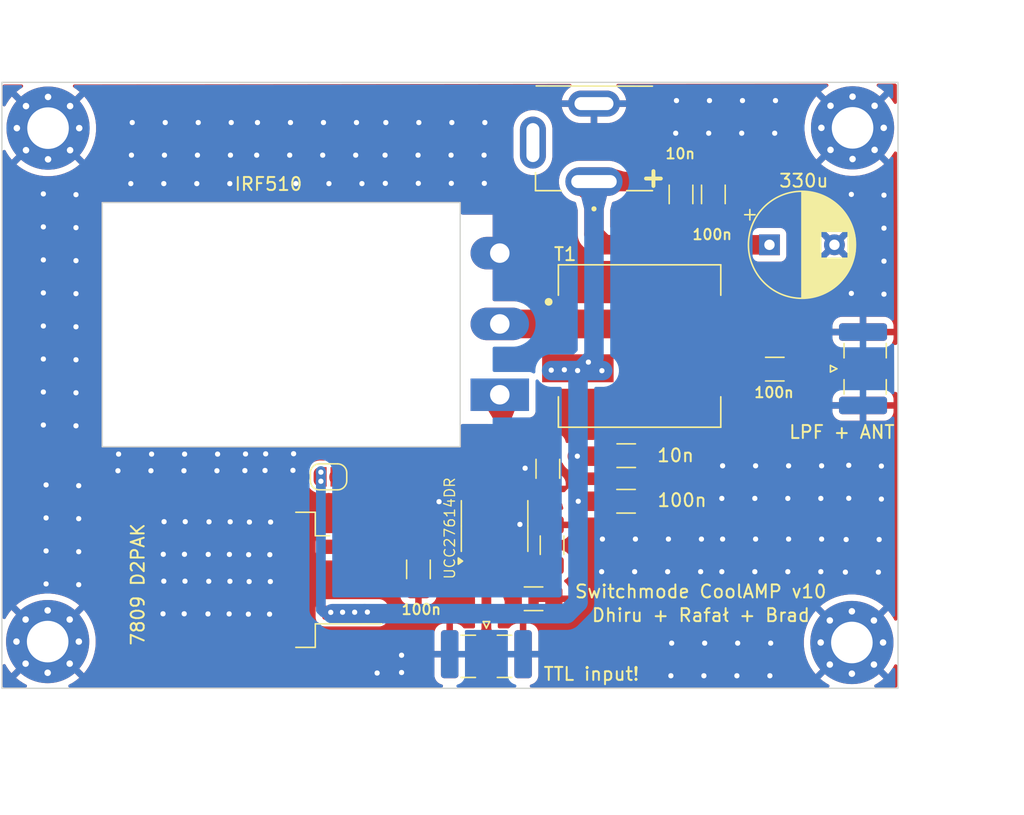
<source format=kicad_pcb>
(kicad_pcb
	(version 20241228)
	(generator "pcbnew")
	(generator_version "9.0")
	(general
		(thickness 1.6)
		(legacy_teardrops no)
	)
	(paper "User" 299.999 299.999)
	(layers
		(0 "F.Cu" signal)
		(2 "B.Cu" signal)
		(9 "F.Adhes" user "F.Adhesive")
		(13 "F.Paste" user)
		(5 "F.SilkS" user "F.Silkscreen")
		(1 "F.Mask" user)
		(3 "B.Mask" user)
		(17 "Dwgs.User" user "User.Drawings")
		(19 "Cmts.User" user "User.Comments")
		(21 "Eco1.User" user "User.Eco1")
		(23 "Eco2.User" user "User.Eco2")
		(25 "Edge.Cuts" user)
		(27 "Margin" user)
		(31 "F.CrtYd" user "F.Courtyard")
		(29 "B.CrtYd" user "B.Courtyard")
		(35 "F.Fab" user)
	)
	(setup
		(pad_to_mask_clearance 0)
		(allow_soldermask_bridges_in_footprints no)
		(tenting front back)
		(pcbplotparams
			(layerselection 0x55555555_57575573)
			(plot_on_all_layers_selection 0x00000000_00000000)
			(disableapertmacros no)
			(usegerberextensions no)
			(usegerberattributes yes)
			(usegerberadvancedattributes yes)
			(creategerberjobfile yes)
			(dashed_line_dash_ratio 12.000000)
			(dashed_line_gap_ratio 3.000000)
			(svgprecision 6)
			(plotframeref no)
			(mode 1)
			(useauxorigin no)
			(hpglpennumber 1)
			(hpglpenspeed 20)
			(hpglpendiameter 15.000000)
			(pdf_front_fp_property_popups yes)
			(pdf_back_fp_property_popups yes)
			(pdf_metadata yes)
			(pdf_single_document no)
			(dxfpolygonmode yes)
			(dxfimperialunits yes)
			(dxfusepcbnewfont yes)
			(psnegative no)
			(psa4output no)
			(plotinvisibletext no)
			(sketchpadsonfab no)
			(plotpadnumbers no)
			(hidednponfab no)
			(sketchdnponfab yes)
			(crossoutdnponfab yes)
			(subtractmaskfromsilk no)
			(outputformat 4)
			(mirror no)
			(drillshape 2)
			(scaleselection 1)
			(outputdirectory "plots/")
		)
	)
	(net 0 "")
	(net 1 "GND")
	(net 2 "Net-(Q1-G)")
	(net 3 "/DRAIN")
	(net 4 "Net-(RF_OUT1-In)")
	(net 5 "unconnected-(Power1-Pad3)")
	(net 6 "9V")
	(net 7 "Net-(RF_IN1-In)")
	(net 8 "Net-(C3-Pad2)")
	(net 9 "+VDC")
	(footprint "MountingHole:MountingHole_3.2mm_M3_Pad_Via" (layer "F.Cu") (at 141.8 105.72))
	(pad "1" thru_hole circle
		(at -1.697056 -1.697056)
		(size 0.8 0.8)
		(drill 0.5)
		(layers "*.Cu" "*.Mask")
		(remove_unused_layers no)
		(net 1 "GND")
		(pinfunction "1")
		(pintype "input")
		(teardrops
			(best_length_ratio 0.5)
			(max_length 1)
			(best_width_ratio 1)
			(max_width 2)
			(curved_edges no)filter_ratio 0.9)
		(enabled yes)
		(allow_two_segments yes)
		(prefer_zone_connections yes)
	)
	(uuid "3d93a69e-17a7-4894-87d4-d0505128326d")
)
(pad "1" thru_hole circle
	(at -1.697056 1.697056)
	(size 0.8 0.8)
	(drill 0.5)
	(layers "*.Cu" "*.Mask")
	(remove_unused_layers no)
	(net 1 "GND")
	(pinfunction "1")
	(pintype "input")
	(teardrops
		(best_length_ratio 0.5)
		(max_length 1)
		(best_width_ratio 1)
		(max_width 2)
		(curved_edges no)filter_ratio 0.9)
	(enabled yes)
	(allow_two_segments yes)
	(prefer_zone_connections yes)
)
(uuid "a65d2c22-7a5f-4ada-b71a-41ac101d9f9e")
)
(pad "1" thru_hole circle
	(at 0 -2.4)
	(size 0.8 0.8)
	(drill 0.5)
	(layers "*.Cu" "*.Mask")
	(remove_unused_layers no)
	(net 1 "GND")
	(pinfunction "1")
	(pintype "input")
	(teardrops
		(best_length_ratio 0.5)
		(max_length 1)
		(best_width_ratio 1)
		(max_width 2)
		(curved_edges no)filter_ratio 0.9)
	(enabled yes)
	(allow_two_segments yes)
	(prefer_zone_connections yes)
)
(uuid "5c10514b-0cc1-44e3-ac70-b0e8640851d5")
)
(pad "1" thru_hole circle
	(at 0 0)
	(size 6.4 6.4)
	(drill 3.2)
	(layers "*.Cu" "*.Mask")
	(remove_unused_layers no)
	(net 1 "GND")
	(pinfunction "1")
	(pintype "input")
	(teardrops
		(best_length_ratio 0.5)
		(max_length 1)
		(best_width_ratio 1)
		(max_width 2)
		(curved_edges no)filter_ratio 0.9)
	(enabled yes)
	(allow_two_segments yes)
	(prefer_zone_connections yes)
)
(uuid "9f394d93-846a-4d34-81ea-1f47cfc01dc4")
)
(pad "1" thru_hole circle
	(at 0 2.4)
	(size 0.8 0.8)
	(drill 0.5)
	(layers "*.Cu" "*.Mask")
	(remove_unused_layers no)
	(net 1 "GND")
	(pinfunction "1")
	(pintype "input")
	(teardrops
		(best_length_ratio 0.5)
		(max_length 1)
		(best_width_ratio 1)
		(max_width 2)
		(curved_edges no)filter_ratio 0.9)
	(enabled yes)
	(allow_two_segments yes)
	(prefer_zone_connections yes)
)
(uuid "722f47ed-1615-4af4-9085-35c9d3f0a744")
)
(pad "1" thru_hole circle
	(at 1.697056 -1.697056)
	(size 0.8 0.8)
	(drill 0.5)
	(layers "*.Cu" "*.Mask")
	(remove_unused_layers no)
	(net 1 "GND")
	(pinfunction "1")
	(pintype "input")
	(teardrops
		(best_length_ratio 0.5)
		(max_length 1)
		(best_width_ratio 1)
		(max_width 2)
		(curved_edges no)filter_ratio 0.9)
	(enabled yes)
	(allow_two_segments yes)
	(prefer_zone_connections yes)
)
(uuid "47ca5ed2-031c-4a0e-92d2-27a3efef4ca2")
)
(pad "1" thru_hole circle
	(at 1.697056 1.697056)
	(size 0.8 0.8)
	(drill 0.5)
	(layers "*.Cu" "*.Mask")
	(remove_unused_layers no)
	(net 1 "GND")
	(pinfunction "1")
	(pintype "input")
	(teardrops
		(best_length_ratio 0.5)
		(max_length 1)
		(best_width_ratio 1)
		(max_width 2)
		(curved_edges no)filter_ratio 0.9)
	(enabled yes)
	(allow_two_segments yes)
	(prefer_zone_connections yes)
)
(uuid "33c1d43f-13a4-4446-bb4f-c834ff6513f0")
)
(pad "1" thru_hole circle
	(at 2.4 0)
	(size 0.8 0.8)
	(drill 0.5)
	(layers "*.Cu" "*.Mask")
	(remove_unused_layers no)
	(net 1 "GND")
	(pinfunction "1")
	(pintype "input")
	(teardrops
		(best_length_ratio 0.5)
		(max_length 1)
		(best_width_ratio 1)
		(max_width 2)
		(curved_edges no)filter_ratio 0.9)
	(enabled yes)
	(allow_two_segments yes)
	(prefer_zone_connections yes)
)
(uuid "8090bd3e-c31f-45fe-a30b-4e08b76ceb9d")
)
(embedded_fonts no)
)
(footprint "Connector_Coaxial:SMA_Samtec_SMA-J-P-H-ST-EM1_EdgeMount" (layer "F.Cu") (at 204.8075 84.72))
(pad "2" smd roundrect
	(at -0.25 -2.825 90)
	(size 1.35 3.7)
	(layers "F.Cu" "F.Mask")
	(roundrect_rratio 0.1851851852)
	(net 1 "GND")
	(pinfunction "Ext")
	(pintype "passive")
	(teardrops
		(best_length_ratio 0.5)
		(max_length 1)
		(best_width_ratio 1)
		(max_width 2)
		(curved_edges no)filter_ratio 0.9)
	(enabled yes)
	(allow_two_segments yes)
	(prefer_zone_connections yes)
)
(uuid "6d65885a-19a0-4f23-985b-6268c4a7b3ed")
)
(pad "2" smd roundrect
	(at -0.25 -2.825 90)
	(size 1.35 3.7)
	(layers "B.Cu" "B.Mask")
	(roundrect_rratio 0.1851851852)
	(net 1 "GND")
	(pinfunction "Ext")
	(pintype "passive")
	(teardrops
		(best_length_ratio 0.5)
		(max_length 1)
		(best_width_ratio 1)
		(max_width 2)
		(curved_edges no)filter_ratio 0.9)
	(enabled yes)
	(allow_two_segments yes)
	(prefer_zone_connections yes)
)
(uuid "af10cd93-6abe-4e4f-8ca1-d1d052992786")
)
(pad "2" smd roundrect
	(at -0.25 2.825 90)
	(size 1.35 3.7)
	(layers "F.Cu" "F.Mask")
	(roundrect_rratio 0.1851851852)
	(net 1 "GND")
	(pinfunction "Ext")
	(pintype "passive")
	(teardrops
		(best_length_ratio 0.5)
		(max_length 1)
		(best_width_ratio 1)
		(max_width 2)
		(curved_edges no)filter_ratio 0.9)
	(enabled yes)
	(allow_two_segments yes)
	(prefer_zone_connections yes)
)
(uuid "2bfa9498-7ac3-47b3-9a85-5feec7073db4")
)
(pad "2" smd roundrect
	(at -0.25 2.825 90)
	(size 1.35 3.7)
	(layers "B.Cu" "B.Mask")
	(roundrect_rratio 0.1851851852)
	(net 1 "GND")
	(pinfunction "Ext")
	(pintype "passive")
	(teardrops
		(best_length_ratio 0.5)
		(max_length 1)
		(best_width_ratio 1)
		(max_width 2)
		(curved_edges no)filter_ratio 0.9)
	(enabled yes)
	(allow_two_segments yes)
	(prefer_zone_connections yes)
)
(uuid "622d2af8-92ec-47c7-8635-8b53485e3f92")
)
(embedded_fonts no)
(model "${KICAD8_3DMODEL_DIR}/Connector_Coaxial.3dshapes/SMA_Samtec_SMA-J-P-H-ST-EM1_EdgeMount.wrl"
	(offset
		(xyz 0 0 0)
	)
	(scale
		(xyz 1 1 1)
	)
	(rotate
		(xyz 0 0 0)
	)
)
)
(footprint "Capacitor_SMD:C_1206_3216Metric_Pad1.33x1.80mm_HandSolder" (layer "F.Cu") (at 186.32 94.92))
(pad "2" smd roundrect
	(at 1.5625 0)
	(size 1.325 1.8)
	(layers "F.Cu" "F.Mask" "F.Paste")
	(roundrect_rratio 0.188679)
	(net 1 "GND")
	(pintype "passive")
	(teardrops
		(best_length_ratio 0.5)
		(max_length 1)
		(best_width_ratio 1)
		(max_width 2)
		(curved_edges no)filter_ratio 0.9)
	(enabled yes)
	(allow_two_segments yes)
	(prefer_zone_connections yes)
)
(uuid "30fc58cc-79d1-47a7-975d-960ce809fe31")
)
(embedded_fonts no)
(model "${KICAD8_3DMODEL_DIR}/Capacitor_SMD.3dshapes/C_1206_3216Metric.wrl"
	(offset
		(xyz 0 0 0)
	)
	(scale
		(xyz 1 1 1)
	)
	(rotate
		(xyz 0 0 0)
	)
)
)
(footprint "footprints:XKB_DC-005-5A-2.0_Modded" (layer "F.Cu") (at 183.85 64.3125 -90))
(pad "2" thru_hole oval
	(at 0 0 270)
	(size 2 4)
	(drill oval 1 3)
	(layers "*.Cu" "*.Mask")
	(remove_unused_layers no)
	(net 1 "GND")
	(pintype "passive")
	(teardrops
		(best_length_ratio 0.5)
		(max_length 1)
		(best_width_ratio 1)
		(max_width 2)
		(curved_edges no)filter_ratio 0.9)
	(enabled yes)
	(allow_two_segments yes)
	(prefer_zone_connections yes)
)
(uuid "ad72c340-2562-4cdd-ac5b-a4e233dd3967")
)
(pad "3" thru_hole oval
	(at 3 4.7 270)
	(size 4 2)
	(drill oval 3 1)
	(layers "*.Cu" "*.Mask")
	(remove_unused_layers no)
	(net 5 "unconnected-(Power1-Pad3)")
	(pintype "passive+no_connect")
	(teardrops
		(best_length_ratio 0.5)
		(max_length 1)
		(best_width_ratio 1)
		(max_width 2)
		(curved_edges no)filter_ratio 0.9)
	(enabled yes)
	(allow_two_segments yes)
	(prefer_zone_connections yes)
)
(uuid "09d4e35e-a941-4dd4-8a76-b83eea00564c")
)
(embedded_fonts no)
(model "${KIPRJMOD}/models/DC-005-5A-2.0.step"
	(offset
		(xyz -7.5 0 4)
	)
	(scale
		(xyz 1 1 1)
	)
	(rotate
		(xyz 90 -180 -90)
	)
)
)
(footprint "MountingHole:MountingHole_3.2mm_M3_Pad_Via" (layer "F.Cu") (at 203.7 105.79))
(pad "1" thru_hole circle
	(at -1.697056 -1.697056)
	(size 0.8 0.8)
	(drill 0.5)
	(layers "*.Cu" "*.Mask")
	(remove_unused_layers no)
	(net 1 "GND")
	(pinfunction "1")
	(pintype "input")
	(teardrops
		(best_length_ratio 0.5)
		(max_length 1)
		(best_width_ratio 1)
		(max_width 2)
		(curved_edges no)filter_ratio 0.9)
	(enabled yes)
	(allow_two_segments yes)
	(prefer_zone_connections yes)
)
(uuid "8bffac49-57c8-4c8e-8c10-fcef997d9777")
)
(pad "1" thru_hole circle
	(at -1.697056 1.697056)
	(size 0.8 0.8)
	(drill 0.5)
	(layers "*.Cu" "*.Mask")
	(remove_unused_layers no)
	(net 1 "GND")
	(pinfunction "1")
	(pintype "input")
	(teardrops
		(best_length_ratio 0.5)
		(max_length 1)
		(best_width_ratio 1)
		(max_width 2)
		(curved_edges no)filter_ratio 0.9)
	(enabled yes)
	(allow_two_segments yes)
	(prefer_zone_connections yes)
)
(uuid "7f2f5cf0-0e3f-49a0-a2fe-153766bccd44")
)
(pad "1" thru_hole circle
	(at 0 -2.4)
	(size 0.8 0.8)
	(drill 0.5)
	(layers "*.Cu" "*.Mask")
	(remove_unused_layers no)
	(net 1 "GND")
	(pinfunction "1")
	(pintype "input")
	(teardrops
		(best_length_ratio 0.5)
		(max_length 1)
		(best_width_ratio 1)
		(max_width 2)
		(curved_edges no)filter_ratio 0.9)
	(enabled yes)
	(allow_two_segments yes)
	(prefer_zone_connections yes)
)
(uuid "5900c2d5-e080-428c-ae2a-fe88fe354532")
)
(pad "1" thru_hole circle
	(at 0 0)
	(size 6.4 6.4)
	(drill 3.2)
	(layers "*.Cu" "*.Mask")
	(remove_unused_layers no)
	(net 1 "GND")
	(pinfunction "1")
	(pintype "input")
	(teardrops
		(best_length_ratio 0.5)
		(max_length 1)
		(best_width_ratio 1)
		(max_width 2)
		(curved_edges no)filter_ratio 0.9)
	(enabled yes)
	(allow_two_segments yes)
	(prefer_zone_connections yes)
)
(uuid "fa97407a-54a7-408b-9949-2d450df01ee0")
)
(pad "1" thru_hole circle
	(at 0 2.4)
	(size 0.8 0.8)
	(drill 0.5)
	(layers "*.Cu" "*.Mask")
	(remove_unused_layers no)
	(net 1 "GND")
	(pinfunction "1")
	(pintype "input")
	(teardrops
		(best_length_ratio 0.5)
		(max_length 1)
		(best_width_ratio 1)
		(max_width 2)
		(curved_edges no)filter_ratio 0.9)
	(enabled yes)
	(allow_two_segments yes)
	(prefer_zone_connections yes)
)
(uuid "76223e99-417e-488a-baa9-a2e21fd8b5fb")
)
(pad "1" thru_hole circle
	(at 1.697056 -1.697056)
	(size 0.8 0.8)
	(drill 0.5)
	(layers "*.Cu" "*.Mask")
	(remove_unused_layers no)
	(net 1 "GND")
	(pinfunction "1")
	(pintype "input")
	(teardrops
		(best_length_ratio 0.5)
		(max_length 1)
		(best_width_ratio 1)
		(max_width 2)
		(curved_edges no)filter_ratio 0.9)
	(enabled yes)
	(allow_two_segments yes)
	(prefer_zone_connections yes)
)
(uuid "cced25d0-bd41-441c-b65e-800f172e5238")
)
(pad "1" thru_hole circle
	(at 1.697056 1.697056)
	(size 0.8 0.8)
	(drill 0.5)
	(layers "*.Cu" "*.Mask")
	(remove_unused_layers no)
	(net 1 "GND")
	(pinfunction "1")
	(pintype "input")
	(teardrops
		(best_length_ratio 0.5)
		(max_length 1)
		(best_width_ratio 1)
		(max_width 2)
		(curved_edges no)filter_ratio 0.9)
	(enabled yes)
	(allow_two_segments yes)
	(prefer_zone_connections yes)
)
(uuid "024490a2-5e52-4be0-94de-9e64c7bf4d3a")
)
(pad "1" thru_hole circle
	(at 2.4 0)
	(size 0.8 0.8)
	(drill 0.5)
	(layers "*.Cu" "*.Mask")
	(remove_unused_layers no)
	(net 1 "GND")
	(pinfunction "1")
	(pintype "input")
	(teardrops
		(best_length_ratio 0.5)
		(max_length 1)
		(best_width_ratio 1)
		(max_width 2)
		(curved_edges no)filter_ratio 0.9)
	(enabled yes)
	(allow_two_segments yes)
	(prefer_zone_connections yes)
)
(uuid "d2545210-ecdf-4d72-89d5-a00984a5ce4a")
)
(embedded_fonts no)
)
(footprint "Jumper:SolderJumper-2_P1.3mm_Open_RoundedPad1.0x1.5mm" (layer "F.Cu") (at 163.42 93.04 180))
(pad "2" smd custom
	(at 0.65 0 180)
	(size 1 0.5)
	(layers "F.Cu" "F.Mask")
	(net 9 "+VDC")
	(pinfunction "B")
	(pintype "passive")
	(zone_connect 2)
	(thermal_bridge_angle 45)
	(options
		(clearance outline)
		(anchor rect)
	)
	(primitives
		(gr_circle
			(center 0 0.25)
			(end 0.5 0.25)
			(width 0)
			(fill yes)
		)
		(gr_circle
			(center 0 -0.25)
			(end 0.5 -0.25)
			(width 0)
			(fill yes)
		)
		(gr_poly
			(pts
				(xy 0 0.75) (xy -0.5 0.75) (xy -0.5 -0.75) (xy 0 -0.75)
			)
			(width 0)
			(fill yes)
		)
	)
	(teardrops
		(best_length_ratio 0.5)
		(max_length 1)
		(best_width_ratio 1)
		(max_width 2)
		(curved_edges no)filter_ratio 0.9)
	(enabled yes)
	(allow_two_segments yes)
	(prefer_zone_connections yes)
)
(uuid "548b422e-eeea-49a3-aaa1-e6b3ff630386")
)
(embedded_fonts no)
)
(footprint "Connector_Coaxial:SMA_Samtec_SMA-J-P-H-ST-EM1_EdgeMount" (layer "F.Cu") (at 175.57 106.94 -90))
(pad "2" smd roundrect
	(at -0.25 -2.825)
	(size 1.35 3.7)
	(layers "F.Cu" "F.Mask")
	(roundrect_rratio 0.1851851852)
	(net 1 "GND")
	(pinfunction "Ext")
	(pintype "passive")
	(teardrops
		(best_length_ratio 0.5)
		(max_length 1)
		(best_width_ratio 1)
		(max_width 2)
		(curved_edges no)filter_ratio 0.9)
	(enabled yes)
	(allow_two_segments yes)
	(prefer_zone_connections yes)
)
(uuid "01669e0d-568a-4474-9dd9-23d0b9e040c3")
)
(pad "2" smd roundrect
	(at -0.25 -2.825)
	(size 1.35 3.7)
	(layers "B.Cu" "B.Mask")
	(roundrect_rratio 0.1851851852)
	(net 1 "GND")
	(pinfunction "Ext")
	(pintype "passive")
	(teardrops
		(best_length_ratio 0.5)
		(max_length 1)
		(best_width_ratio 1)
		(max_width 2)
		(curved_edges no)filter_ratio 0.9)
	(enabled yes)
	(allow_two_segments yes)
	(prefer_zone_connections yes)
)
(uuid "e9e7e060-9fe9-499b-8bba-802e23e2322c")
)
(pad "2" smd roundrect
	(at -0.25 2.825)
	(size 1.35 3.7)
	(layers "F.Cu" "F.Mask")
	(roundrect_rratio 0.1851851852)
	(net 1 "GND")
	(pinfunction "Ext")
	(pintype "passive")
	(teardrops
		(best_length_ratio 0.5)
		(max_length 1)
		(best_width_ratio 1)
		(max_width 2)
		(curved_edges no)filter_ratio 0.9)
	(enabled yes)
	(allow_two_segments yes)
	(prefer_zone_connections yes)
)
(uuid "62f25257-96d6-4853-af81-888ae554d71f")
)
(pad "2" smd roundrect
	(at -0.25 2.825)
	(size 1.35 3.7)
	(layers "B.Cu" "B.Mask")
	(roundrect_rratio 0.1851851852)
	(net 1 "GND")
	(pinfunction "Ext")
	(pintype "passive")
	(teardrops
		(best_length_ratio 0.5)
		(max_length 1)
		(best_width_ratio 1)
		(max_width 2)
		(curved_edges no)filter_ratio 0.9)
	(enabled yes)
	(allow_two_segments yes)
	(prefer_zone_connections yes)
)
(uuid "92e0e7ab-033a-497e-ba3d-bb6bd4f583f0")
)
(embedded_fonts no)
(model "${KICAD8_3DMODEL_DIR}/Connector_Coaxial.3dshapes/SMA_Samtec_SMA-J-P-H-ST-EM1_EdgeMount.wrl"
	(offset
		(xyz 0 0 0)
	)
	(scale
		(xyz 1 1 1)
	)
	(rotate
		(xyz 0 0 0)
	)
)
)
(footprint "footprints:TO-247-3_Horizontal_TabDown_Modded" (layer "F.Cu") (at 176.6 86.72 90))
(pad "2" thru_hole oval
	(at 5.45 0 90)
	(size 2.5 4.5)
	(drill 1.5)
	(layers "*.Cu" "*.Mask")
	(remove_unused_layers no)
	(net 3 "/DRAIN")
	(pinfunction "D")
	(pintype "passive")
	(teardrops
		(best_length_ratio 0.5)
		(max_length 1)
		(best_width_ratio 1)
		(max_width 2)
		(curved_edges no)filter_ratio 0.9)
	(enabled yes)
	(allow_two_segments yes)
	(prefer_zone_connections yes)
)
(uuid "528bb8a8-f9b5-404b-84d4-0705bf9dc296")
)
(pad "3" thru_hole oval
	(at 10.9 0 90)
	(size 2.5 4.5)
	(drill 1.5)
	(layers "*.Cu" "*.Mask")
	(remove_unused_layers no)
	(net 1 "GND")
	(pinfunction "S")
	(pintype "passive")
	(zone_connect 2)
	(teardrops
		(best_length_ratio 0.5)
		(max_length 1)
		(best_width_ratio 1)
		(max_width 2)
		(curved_edges no)filter_ratio 0.9)
	(enabled yes)
	(allow_two_segments yes)
	(prefer_zone_connections yes)
)
(uuid "62945333-87a3-4691-87d5-fc00bd4c2409")
)
(embedded_fonts no)
(model "${KICAD9_3DMODEL_DIR}/Package_TO_SOT_THT.3dshapes/TO-247-3_Vertical.wrl"
	(offset
		(xyz 0 0 -4)
	)
	(scale
		(xyz 1 1 1)
	)
	(rotate
		(xyz 90 -0 -0)
	)
)
)
(footprint "Capacitor_SMD:C_1206_3216Metric_Pad1.33x1.80mm_HandSolder" (layer "F.Cu") (at 180.625 98.3 90))
(pad "2" smd roundrect
	(at 1.5625 0 90)
	(size 1.325 1.8)
	(layers "F.Cu" "F.Mask" "F.Paste")
	(roundrect_rratio 0.188679)
	(net 1 "GND")
	(pintype "passive")
	(teardrops
		(best_length_ratio 0.5)
		(max_length 1)
		(best_width_ratio 1)
		(max_width 2)
		(curved_edges no)filter_ratio 0.9)
	(enabled yes)
	(allow_two_segments yes)
	(prefer_zone_connections yes)
)
(uuid "17b4a185-8ab0-4e73-b521-f4d4777c50c0")
)
(embedded_fonts no)
(model "${KICAD8_3DMODEL_DIR}/Capacitor_SMD.3dshapes/C_1206_3216Metric.wrl"
	(offset
		(xyz 0 0 0)
	)
	(scale
		(xyz 1 1 1)
	)
	(rotate
		(xyz 0 0 0)
	)
)
)
(footprint "Capacitor_SMD:C_1206_3216Metric_Pad1.33x1.80mm_HandSolder" (layer "F.Cu") (at 197.7675 84.75 180))
(pad "2" smd roundrect
	(at 1.5625 0 180)
	(size 1.325 1.8)
	(layers "F.Cu" "F.Mask" "F.Paste")
	(roundrect_rratio 0.1886792453)
	(net 8 "Net-(C3-Pad2)")
	(pintype "passive")
	(teardrops
		(best_length_ratio 0.5)
		(max_length 1)
		(best_width_ratio 1)
		(max_width 2)
		(curved_edges no)filter_ratio 0.9)
	(enabled yes)
	(allow_two_segments yes)
	(prefer_zone_connections yes)
)
(uuid "4734b57b-533d-4445-abe5-ae0d82475e73")
)
(embedded_fonts no)
(model "${KICAD6_3DMODEL_DIR}/Capacitor_SMD.3dshapes/C_1206_3216Metric.wrl"
	(offset
		(xyz 0 0 0)
	)
	(scale
		(xyz 1 1 1)
	)
	(rotate
		(xyz 0 0 0)
	)
)
)
(footprint "Package_SO:SOIC-8_3.9x4.9mm_P1.27mm" (layer "F.Cu") (at 176.2 96.825 90))
(pad "2" smd roundrect
	(at -2.475 -0.635 90)
	(size 1.95 0.6)
	(layers "F.Cu" "F.Mask" "F.Paste")
	(roundrect_rratio 0.25)
	(net 7 "Net-(RF_IN1-In)")
	(pinfunction "IN")
	(pintype "input")
	(teardrops
		(best_length_ratio 0.5)
		(max_length 1)
		(best_width_ratio 1)
		(max_width 2)
		(curved_edges no)filter_ratio 0.9)
	(enabled yes)
	(allow_two_segments yes)
	(prefer_zone_connections yes)
)
(uuid "620a6db5-72cf-4a0b-b6be-4e8a2147bd97")
)
(pad "3" smd roundrect
	(at -2.475 0.635 90)
	(size 1.95 0.6)
	(layers "F.Cu" "F.Mask" "F.Paste")
	(roundrect_rratio 0.25)
	(net 6 "9V")
	(pinfunction "EN")
	(pintype "input")
	(teardrops
		(best_length_ratio 0.5)
		(max_length 1)
		(best_width_ratio 1)
		(max_width 2)
		(curved_edges no)filter_ratio 0.9)
	(enabled yes)
	(allow_two_segments yes)
	(prefer_zone_connections yes)
)
(uuid "7449a5bc-f48b-49da-ab8a-65f3cbe29318")
)
(pad "4" smd roundrect
	(at -2.475 1.905 90)
	(size 1.95 0.6)
	(layers "F.Cu" "F.Mask" "F.Paste")
	(roundrect_rratio 0.25)
	(net 1 "GND")
	(pinfunction "GND")
	(pintype "power_in")
	(teardrops
		(best_length_ratio 0.5)
		(max_length 1)
		(best_width_ratio 1)
		(max_width 2)
		(curved_edges no)filter_ratio 0.9)
	(enabled yes)
	(allow_two_segments yes)
	(prefer_zone_connections yes)
)
(uuid "8a568ddb-f58e-46ba-bf66-6708d0e7b9de")
)
(pad "5" smd roundrect
	(at 2.475 1.905 90)
	(size 1.95 0.6)
	(layers "F.Cu" "F.Mask" "F.Paste")
	(roundrect_rratio 0.25)
	(net 1 "GND")
	(pinfunction "GND")
	(pintype "power_in")
	(teardrops
		(best_length_ratio 0.5)
		(max_length 1)
		(best_width_ratio 1)
		(max_width 2)
		(curved_edges no)filter_ratio 0.9)
	(enabled yes)
	(allow_two_segments yes)
	(prefer_zone_connections yes)
)
(uuid "a53b3daf-e196-461a-a059-c017bd01ffd2")
)
(pad "6" smd roundrect
	(at 2.475 0.635 90)
	(size 1.95 0.6)
	(layers "F.Cu" "F.Mask" "F.Paste")
	(roundrect_rratio 0.25)
	(net 2 "Net-(Q1-G)")
	(pinfunction "OUT")
	(pintype "passive")
	(teardrops
		(best_length_ratio 0.5)
		(max_length 1)
		(best_width_ratio 1)
		(max_width 2)
		(curved_edges no)filter_ratio 0.9)
	(enabled yes)
	(allow_two_segments yes)
	(prefer_zone_connections yes)
)
(uuid "7dd11c73-9e0e-4555-b8a5-b1a8cce73344")
)
(pad "7" smd roundrect
	(at 2.475 -0.635 90)
	(size 1.95 0.6)
	(layers "F.Cu" "F.Mask" "F.Paste")
	(roundrect_rratio 0.25)
	(net 2 "Net-(Q1-G)")
	(pinfunction "OUT")
	(pintype "passive")
	(teardrops
		(best_length_ratio 0.5)
		(max_length 1)
		(best_width_ratio 1)
		(max_width 2)
		(curved_edges no)filter_ratio 0.9)
	(enabled yes)
	(allow_two_segments yes)
	(prefer_zone_connections yes)
)
(uuid "8199dd00-4cd4-484f-83d1-bc3f1dfc9c5d")
)
(pad "8" smd roundrect
	(at 2.475 -1.905 90)
	(size 1.95 0.6)
	(layers "F.Cu" "F.Mask" "F.Paste")
	(roundrect_rratio 0.25)
	(net 6 "9V")
	(pinfunction "VDD")
	(pintype "power_in")
	(teardrops
		(best_length_ratio 0.5)
		(max_length 1)
		(best_width_ratio 1)
		(max_width 2)
		(curved_edges no)filter_ratio 0.9)
	(enabled yes)
	(allow_two_segments yes)
	(prefer_zone_connections yes)
)
(uuid "56677a87-6383-438c-b46a-539864eb0194")
)
(embedded_fonts no)
(model "${KICAD8_3DMODEL_DIR}/Package_SO.3dshapes/SOIC-8_3.9x4.9mm_P1.27mm.wrl"
	(offset
		(xyz 0 0 0)
	)
	(scale
		(xyz 1 1 1)
	)
	(rotate
		(xyz 0 0 0)
	)
)
)
(footprint "Capacitor_THT:CP_Radial_D8.0mm_P5.00mm" (layer "F.Cu") (at 197.357349 75.18))
(pad "2" thru_hole circle
	(at 5 0)
	(size 1.6 1.6)
	(drill 0.8)
	(layers "*.Cu" "*.Mask")
	(remove_unused_layers no)
	(net 1 "GND")
	(pintype "passive")
	(teardrops
		(best_length_ratio 0.5)
		(max_length 1)
		(best_width_ratio 1)
		(max_width 2)
		(curved_edges no)filter_ratio 0.9)
	(enabled yes)
	(allow_two_segments yes)
	(prefer_zone_connections yes)
)
(uuid "070ae849-1980-4c3d-a6c2-42333b88cf03")
)
(embedded_fonts no)
(model "${KICAD8_3DMODEL_DIR}/Capacitor_THT.3dshapes/CP_Radial_D8.0mm_P5.00mm.wrl"
	(offset
		(xyz 0 0 0)
	)
	(scale
		(xyz 1 1 1)
	)
	(rotate
		(xyz 0 0 0)
	)
)
)
(footprint "footprints:IND_SRF1260A-4R7Y-Longer-Pads" (layer "F.Cu") (at 187.36 82.97))
(pad "2" smd rect
	(at -4.75 1.715 180)
	(size 5.5 2.15)
	(layers "F.Cu" "F.Mask" "F.Paste")
	(net 9 "+VDC")
	(pintype "passive")
	(teardrops
		(best_length_ratio 0.5)
		(max_length 1)
		(best_width_ratio 1)
		(max_width 2)
		(curved_edges no)filter_ratio 0.9)
	(enabled yes)
	(allow_two_segments yes)
	(prefer_zone_connections yes)
)
(uuid "cb5adbc9-b15f-490a-a523-de9adb02a5bd")
)
(pad "3" smd rect
	(at 4.75 1.715 180)
	(size 5.5 2.15)
	(layers "F.Cu" "F.Mask" "F.Paste")
	(net 8 "Net-(C3-Pad2)")
	(pintype "passive")
	(teardrops
		(best_length_ratio 0.5)
		(max_length 1)
		(best_width_ratio 1)
		(max_width 2)
		(curved_edges no)filter_ratio 0.9)
	(enabled yes)
	(allow_two_segments yes)
	(prefer_zone_connections yes)
)
(uuid "140ca7a7-6c31-4e21-8a1e-2fa9ab9fb5d4")
)
(pad "4" smd rect
	(at 4.75 -1.715 180)
	(size 5.5 2.15)
	(layers "F.Cu" "F.Mask" "F.Paste")
	(net 3 "/DRAIN")
	(pintype "passive")
	(teardrops
		(best_length_ratio 0.5)
		(max_length 1)
		(best_width_ratio 1)
		(max_width 2)
		(curved_edges no)filter_ratio 0.9)
	(enabled yes)
	(allow_two_segments yes)
	(prefer_zone_connections yes)
)
(uuid "49fb27a1-d9b1-4689-a726-f0036059a1c3")
)
(embedded_fonts no)
(model "${KIPRJMOD}/models/SRR1260-4R7Y.stp"
	(offset
		(xyz 0 0 0)
	)
	(scale
		(xyz 1 1 1)
	)
	(rotate
		(xyz -90 0 0)
	)
)
)
(footprint "MountingHole:MountingHole_3.2mm_M3_Pad_Via" (layer "F.Cu") (at 141.83 66.2))
(pad "1" thru_hole circle
	(at -1.697056 -1.697056)
	(size 0.8 0.8)
	(drill 0.5)
	(layers "*.Cu" "*.Mask")
	(remove_unused_layers no)
	(net 1 "GND")
	(pinfunction "1")
	(pintype "input")
	(teardrops
		(best_length_ratio 0.5)
		(max_length 1)
		(best_width_ratio 1)
		(max_width 2)
		(curved_edges no)filter_ratio 0.9)
	(enabled yes)
	(allow_two_segments yes)
	(prefer_zone_connections yes)
)
(uuid "0aabd713-9a44-41a3-8b73-b256ca0206d2")
)
(pad "1" thru_hole circle
	(at -1.697056 1.697056)
	(size 0.8 0.8)
	(drill 0.5)
	(layers "*.Cu" "*.Mask")
	(remove_unused_layers no)
	(net 1 "GND")
	(pinfunction "1")
	(pintype "input")
	(teardrops
		(best_length_ratio 0.5)
		(max_length 1)
		(best_width_ratio 1)
		(max_width 2)
		(curved_edges no)filter_ratio 0.9)
	(enabled yes)
	(allow_two_segments yes)
	(prefer_zone_connections yes)
)
(uuid "87ceaefd-ac05-415a-85aa-8f29331abf56")
)
(pad "1" thru_hole circle
	(at 0 -2.4)
	(size 0.8 0.8)
	(drill 0.5)
	(layers "*.Cu" "*.Mask")
	(remove_unused_layers no)
	(net 1 "GND")
	(pinfunction "1")
	(pintype "input")
	(teardrops
		(best_length_ratio 0.5)
		(max_length 1)
		(best_width_ratio 1)
		(max_width 2)
		(curved_edges no)filter_ratio 0.9)
	(enabled yes)
	(allow_two_segments yes)
	(prefer_zone_connections yes)
)
(uuid "9f973fec-86c8-4c61-9cb9-d3ed10d4fecf")
)
(pad "1" thru_hole circle
	(at 0 0)
	(size 6.4 6.4)
	(drill 3.2)
	(layers "*.Cu" "*.Mask")
	(remove_unused_layers no)
	(net 1 "GND")
	(pinfunction "1")
	(pintype "input")
	(teardrops
		(best_length_ratio 0.5)
		(max_length 1)
		(best_width_ratio 1)
		(max_width 2)
		(curved_edges no)filter_ratio 0.9)
	(enabled yes)
	(allow_two_segments yes)
	(prefer_zone_connections yes)
)
(uuid "6d5352aa-b290-4dad-a2bd-0b7f1b05872e")
)
(pad "1" thru_hole circle
	(at 0 2.4)
	(size 0.8 0.8)
	(drill 0.5)
	(layers "*.Cu" "*.Mask")
	(remove_unused_layers no)
	(net 1 "GND")
	(pinfunction "1")
	(pintype "input")
	(teardrops
		(best_length_ratio 0.5)
		(max_length 1)
		(best_width_ratio 1)
		(max_width 2)
		(curved_edges no)filter_ratio 0.9)
	(enabled yes)
	(allow_two_segments yes)
	(prefer_zone_connections yes)
)
(uuid "c1103cf9-95e7-4a40-895f-1cb4c8a8dc4b")
)
(pad "1" thru_hole circle
	(at 1.697056 -1.697056)
	(size 0.8 0.8)
	(drill 0.5)
	(layers "*.Cu" "*.Mask")
	(remove_unused_layers no)
	(net 1 "GND")
	(pinfunction "1")
	(pintype "input")
	(teardrops
		(best_length_ratio 0.5)
		(max_length 1)
		(best_width_ratio 1)
		(max_width 2)
		(curved_edges no)filter_ratio 0.9)
	(enabled yes)
	(allow_two_segments yes)
	(prefer_zone_connections yes)
)
(uuid "3a680a4a-f8d7-4418-bec4-7122e435d49a")
)
(pad "1" thru_hole circle
	(at 1.697056 1.697056)
	(size 0.8 0.8)
	(drill 0.5)
	(layers "*.Cu" "*.Mask")
	(remove_unused_layers no)
	(net 1 "GND")
	(pinfunction "1")
	(pintype "input")
	(teardrops
		(best_length_ratio 0.5)
		(max_length 1)
		(best_width_ratio 1)
		(max_width 2)
		(curved_edges no)filter_ratio 0.9)
	(enabled yes)
	(allow_two_segments yes)
	(prefer_zone_connections yes)
)
(uuid "b56ae8db-86c8-4c28-abbc-bc45b8cc2557")
)
(pad "1" thru_hole circle
	(at 2.4 0)
	(size 0.8 0.8)
	(drill 0.5)
	(layers "*.Cu" "*.Mask")
	(remove_unused_layers no)
	(net 1 "GND")
	(pinfunction "1")
	(pintype "input")
	(teardrops
		(best_length_ratio 0.5)
		(max_length 1)
		(best_width_ratio 1)
		(max_width 2)
		(curved_edges no)filter_ratio 0.9)
	(enabled yes)
	(allow_two_segments yes)
	(prefer_zone_connections yes)
)
(uuid "ad01a6cd-0425-4906-99c5-e6246da59b6a")
)
(embedded_fonts no)
)
(footprint "Capacitor_SMD:C_1206_3216Metric_Pad1.33x1.80mm_HandSolder" (layer "F.Cu") (at 193.04 71.3 90))
(pad "2" smd roundrect
	(at 1.5625 0 90)
	(size 1.325 1.8)
	(layers "F.Cu" "F.Mask" "F.Paste")
	(roundrect_rratio 0.1886792453)
	(net 1 "GND")
	(pintype "passive")
	(teardrops
		(best_length_ratio 0.5)
		(max_length 1)
		(best_width_ratio 1)
		(max_width 2)
		(curved_edges no)filter_ratio 0.9)
	(enabled yes)
	(allow_two_segments yes)
	(prefer_zone_connections yes)
)
(uuid "4b90a6fe-f368-48fb-94c7-4fd6dfe69626")
)
(embedded_fonts no)
(model "${KICAD6_3DMODEL_DIR}/Capacitor_SMD.3dshapes/C_1206_3216Metric.wrl"
	(offset
		(xyz 0 0 0)
	)
	(scale
		(xyz 1 1 1)
	)
	(rotate
		(xyz 0 0 0)
	)
)
)
(footprint "Capacitor_SMD:C_1206_3216Metric_Pad1.33x1.80mm_HandSolder" (layer "F.Cu") (at 170.34 100.16 -90))
(pad "2" smd roundrect
	(at 1.5625 0 270)
	(size 1.325 1.8)
	(layers "F.Cu" "F.Mask" "F.Paste")
	(roundrect_rratio 0.1886792453)
	(net 1 "GND")
	(pintype "passive")
	(teardrops
		(best_length_ratio 0.5)
		(max_length 1)
		(best_width_ratio 1)
		(max_width 2)
		(curved_edges no)filter_ratio 0.9)
	(enabled yes)
	(allow_two_segments yes)
	(prefer_zone_connections yes)
)
(uuid "8e01ee31-7405-4fbd-b115-134a21c8caf4")
)
(embedded_fonts no)
(model "${KICAD8_3DMODEL_DIR}/Capacitor_SMD.3dshapes/C_1206_3216Metric.wrl"
	(offset
		(xyz 0 0 0)
	)
	(scale
		(xyz 1 1 1)
	)
	(rotate
		(xyz 0 0 0)
	)
)
)
(footprint "footprints:TO-263-2-bigger" (layer "F.Cu") (at 157.575 100.965 180))
(pad "2" smd roundrect
	(at -0.925 -2.775 180)
	(size 4.55 5.25)
	(layers "F.Cu" "F.Paste")
	(roundrect_rratio 0.054945)
	(net 1 "GND")
	(pinfunction "GND")
	(pintype "power_in")
	(teardrops
		(best_length_ratio 0.5)
		(max_length 1)
		(best_width_ratio 1)
		(max_width 2)
		(curved_edges no)filter_ratio 0.9)
	(enabled yes)
	(allow_two_segments yes)
	(prefer_zone_connections yes)
)
(uuid "2ceb55d4-d947-4e2a-825c-cfb3b4a585bd")
)
(pad "2" smd roundrect
	(at -0.925 2.775 180)
	(size 4.55 5.25)
	(layers "F.Cu" "F.Paste")
	(roundrect_rratio 0.054945)
	(net 1 "GND")
	(pinfunction "GND")
	(pintype "power_in")
	(teardrops
		(best_length_ratio 0.5)
		(max_length 1)
		(best_width_ratio 1)
		(max_width 2)
		(curved_edges no)filter_ratio 0.9)
	(enabled yes)
	(allow_two_segments yes)
	(prefer_zone_connections yes)
)
(uuid "c1fa37c7-de44-4ff4-917b-cfa080457610")
)
(pad "2" smd roundrect
	(at 2.38 0.04 180)
	(size 11.16 10.88)
	(layers "F.Cu" "F.Mask")
	(roundrect_rratio 0.026596)
	(net 1 "GND")
	(pinfunction "GND")
	(pintype "power_in")
	(teardrops
		(best_length_ratio 0.5)
		(max_length 1)
		(best_width_ratio 1)
		(max_width 2)
		(curved_edges no)filter_ratio 0.9)
	(enabled yes)
	(allow_two_segments yes)
	(prefer_zone_connections yes)
)
(uuid "d397af52-b812-45ca-9673-0b5b6bca5214")
)
(pad "2" smd roundrect
	(at 4.805 2.815 180)
	(size 6.31 5.33)
	(layers "F.Cu" "F.Paste")
	(roundrect_rratio 0.054945)
	(net 1 "GND")
	(pinfunction "GND")
	(pintype "power_in")
	(teardrops
		(best_length_ratio 0.5)
		(max_length 1)
		(best_width_ratio 1)
		(max_width 2)
		(curved_edges no)filter_ratio 0.9)
	(enabled yes)
	(allow_two_segments yes)
	(prefer_zone_connections yes)
)
(uuid "c1e4164a-12d9-48ea-8a73-402fbc7f7386")
)
(pad "2" smd roundrect
	(at 4.815 -2.775 180)
	(size 6.33 5.25)
	(layers "F.Cu" "F.Paste")
	(roundrect_rratio 0.054945)
	(net 1 "GND")
	(pinfunction "GND")
	(pintype "power_in")
	(teardrops
		(best_length_ratio 0.5)
		(max_length 1)
		(best_width_ratio 1)
		(max_width 2)
		(curved_edges no)filter_ratio 0.9)
	(enabled yes)
	(allow_two_segments yes)
	(prefer_zone_connections yes)
)
(uuid "f69dd64e-4284-473d-9e9f-938b34a4d456")
)
(pad "3" smd roundrect
	(at -7.65 2.54 180)
	(size 4.6 1.1)
	(layers "F.Cu" "F.Mask" "F.Paste")
	(roundrect_rratio 0.227273)
	(net 6 "9V")
	(pinfunction "OUT")
	(pintype "power_out")
	(teardrops
		(best_length_ratio 0.5)
		(max_length 1)
		(best_width_ratio 1)
		(max_width 2)
		(curved_edges no)filter_ratio 0.9)
	(enabled yes)
	(allow_two_segments yes)
	(prefer_zone_connections yes)
)
(uuid "3b8eaeec-10a9-40da-bcaa-2a4cae30b0f1")
)
(embedded_fonts no)
(model "${KICAD6_3DMODEL_DIR}/Package_TO_SOT_SMD.3dshapes/TO-263-2.wrl"
	(offset
		(xyz 0 0 0)
	)
	(scale
		(xyz 1 1 1)
	)
	(rotate
		(xyz 0 0 0)
	)
)
)
(footprint "Capacitor_SMD:C_1206_3216Metric_Pad1.33x1.80mm_HandSolder" (layer "F.Cu") (at 190.55 71.3 90))
(pad "2" smd roundrect
	(at 1.5625 0 90)
	(size 1.325 1.8)
	(layers "F.Cu" "F.Mask" "F.Paste")
	(roundrect_rratio 0.1886792453)
	(net 1 "GND")
	(pintype "passive")
	(teardrops
		(best_length_ratio 0.5)
		(max_length 1)
		(best_width_ratio 1)
		(max_width 2)
		(curved_edges no)filter_ratio 0.9)
	(enabled yes)
	(allow_two_segments yes)
	(prefer_zone_connections yes)
)
(uuid "d622bac0-4055-4c73-8064-cf27a2f4a79d")
)
(embedded_fonts no)
(model "${KICAD8_3DMODEL_DIR}/Capacitor_SMD.3dshapes/C_1206_3216Metric.wrl"
	(offset
		(xyz 0 0 0)
	)
	(scale
		(xyz 1 1 1)
	)
	(rotate
		(xyz 0 0 0)
	)
)
)
(footprint "MountingHole:MountingHole_3.2mm_M3_Pad_Via" (layer "F.Cu") (at 203.752944 66.177944))
(pad "1" thru_hole circle
	(at -1.697056 -1.697056)
	(size 0.8 0.8)
	(drill 0.5)
	(layers "*.Cu" "*.Mask")
	(remove_unused_layers no)
	(net 1 "GND")
	(pinfunction "1")
	(pintype "input")
	(teardrops
		(best_length_ratio 0.5)
		(max_length 1)
		(best_width_ratio 1)
		(max_width 2)
		(curved_edges no)filter_ratio 0.9)
	(enabled yes)
	(allow_two_segments yes)
	(prefer_zone_connections yes)
)
(uuid "d7e9afd5-0c38-471a-8d80-b9e0caf2e87c")
)
(pad "1" thru_hole circle
	(at -1.697056 1.697056)
	(size 0.8 0.8)
	(drill 0.5)
	(layers "*.Cu" "*.Mask")
	(remove_unused_layers no)
	(net 1 "GND")
	(pinfunction "1")
	(pintype "input")
	(teardrops
		(best_length_ratio 0.5)
		(max_length 1)
		(best_width_ratio 1)
		(max_width 2)
		(curved_edges no)filter_ratio 0.9)
	(enabled yes)
	(allow_two_segments yes)
	(prefer_zone_connections yes)
)
(uuid "37702ce1-49a1-4953-b7b1-3f30a32feede")
)
(pad "1" thru_hole circle
	(at 0 -2.4)
	(size 0.8 0.8)
	(drill 0.5)
	(layers "*.Cu" "*.Mask")
	(remove_unused_layers no)
	(net 1 "GND")
	(pinfunction "1")
	(pintype "input")
	(teardrops
		(best_length_ratio 0.5)
		(max_length 1)
		(best_width_ratio 1)
		(max_width 2)
		(curved_edges no)filter_ratio 0.9)
	(enabled yes)
	(allow_two_segments yes)
	(prefer_zone_connections yes)
)
(uuid "241730b0-d452-477f-8cd5-f6d406970bab")
)
(pad "1" thru_hole circle
	(at 0 0)
	(size 6.4 6.4)
	(drill 3.2)
	(layers "*.Cu" "*.Mask")
	(remove_unused_layers no)
	(net 1 "GND")
	(pinfunction "1")
	(pintype "input")
	(teardrops
		(best_length_ratio 0.5)
		(max_length 1)
		(best_width_ratio 1)
		(max_width 2)
		(curved_edges no)filter_ratio 0.9)
	(enabled yes)
	(allow_two_segments yes)
	(prefer_zone_connections yes)
)
(uuid "7d885927-fe5f-4dbe-ba65-50128a6fb497")
)
(pad "1" thru_hole circle
	(at 0 2.4)
	(size 0.8 0.8)
	(drill 0.5)
	(layers "*.Cu" "*.Mask")
	(remove_unused_layers no)
	(net 1 "GND")
	(pinfunction "1")
	(pintype "input")
	(teardrops
		(best_length_ratio 0.5)
		(max_length 1)
		(best_width_ratio 1)
		(max_width 2)
		(curved_edges no)filter_ratio 0.9)
	(enabled yes)
	(allow_two_segments yes)
	(prefer_zone_connections yes)
)
(uuid "efd5a233-906b-4bb9-9800-3e7e93a1482f")
)
(pad "1" thru_hole circle
	(at 1.697056 -1.697056)
	(size 0.8 0.8)
	(drill 0.5)
	(layers "*.Cu" "*.Mask")
	(remove_unused_layers no)
	(net 1 "GND")
	(pinfunction "1")
	(pintype "input")
	(teardrops
		(best_length_ratio 0.5)
		(max_length 1)
		(best_width_ratio 1)
		(max_width 2)
		(curved_edges no)filter_ratio 0.9)
	(enabled yes)
	(allow_two_segments yes)
	(prefer_zone_connections yes)
)
(uuid "e24d8d4a-5a7d-4578-ad46-f8906aed401e")
)
(pad "1" thru_hole circle
	(at 1.697056 1.697056)
	(size 0.8 0.8)
	(drill 0.5)
	(layers "*.Cu" "*.Mask")
	(remove_unused_layers no)
	(net 1 "GND")
	(pinfunction "1")
	(pintype "input")
	(teardrops
		(best_length_ratio 0.5)
		(max_length 1)
		(best_width_ratio 1)
		(max_width 2)
		(curved_edges no)filter_ratio 0.9)
	(enabled yes)
	(allow_two_segments yes)
	(prefer_zone_connections yes)
)
(uuid "2bd410df-0e52-4f5e-9980-5482456cdb2b")
)
(pad "1" thru_hole circle
	(at 2.4 0)
	(size 0.8 0.8)
	(drill 0.5)
	(layers "*.Cu" "*.Mask")
	(remove_unused_layers no)
	(net 1 "GND")
	(pinfunction "1")
	(pintype "input")
	(teardrops
		(best_length_ratio 0.5)
		(max_length 1)
		(best_width_ratio 1)
		(max_width 2)
		(curved_edges no)filter_ratio 0.9)
	(enabled yes)
	(allow_two_segments yes)
	(prefer_zone_connections yes)
)
(uuid "34353cc2-1c80-424b-a08c-a987e257c032")
)
(embedded_fonts no)
)
(footprint "Capacitor_SMD:C_1206_3216Metric_Pad1.33x1.80mm_HandSolder" (layer "F.Cu") (at 179.2 102.425))
(pad "2" smd roundrect
	(at 1.5625 0)
	(size 1.325 1.8)
	(layers "F.Cu" "F.Mask" "F.Paste")
	(roundrect_rratio 0.188679)
	(net 1 "GND")
	(pintype "passive")
	(teardrops
		(best_length_ratio 0.5)
		(max_length 1)
		(best_width_ratio 1)
		(max_width 2)
		(curved_edges no)filter_ratio 0.9)
	(enabled yes)
	(allow_two_segments yes)
	(prefer_zone_connections yes)
)
(uuid "8bb667c8-ec04-4845-8984-2d3039b7d694")
)
(embedded_fonts no)
(model "${KICAD8_3DMODEL_DIR}/Capacitor_SMD.3dshapes/C_1206_3216Metric.wrl"
	(offset
		(xyz 0 0 0)
	)
	(scale
		(xyz 1 1 1)
	)
	(rotate
		(xyz 0 0 0)
	)
)
)
(footprint "Resistor_SMD:R_1206_3216Metric_Pad1.30x1.75mm_HandSolder" (layer "F.Cu") (at 180.3 92.42 -90))
(pad "2" smd roundrect
	(at 1.55 0 270)
	(size 1.3 1.75)
	(layers "F.Cu" "F.Mask" "F.Paste")
	(roundrect_rratio 0.1923076923)
	(net 1 "GND")
	(pintype "passive")
	(teardrops
		(best_length_ratio 0.5)
		(max_length 1)
		(best_width_ratio 1)
		(max_width 2)
		(curved_edges no)filter_ratio 0.9)
	(enabled yes)
	(allow_two_segments yes)
	(prefer_zone_connections yes)
)
(uuid "f10031a0-9f9a-4533-be4b-c450fc269a6b")
)
(embedded_fonts no)
(model "${KICAD6_3DMODEL_DIR}/Resistor_SMD.3dshapes/R_1206_3216Metric.wrl"
	(offset
		(xyz 0 0 0)
	)
	(scale
		(xyz 1 1 1)
	)
	(rotate
		(xyz 0 0 0)
	)
)
)
(footprint "Capacitor_SMD:C_1206_3216Metric_Pad1.33x1.80mm_HandSolder" (layer "F.Cu") (at 186.3325 91.41))
(pad "2" smd roundrect
	(at 1.5625 0)
	(size 1.325 1.8)
	(layers "F.Cu" "F.Mask" "F.Paste")
	(roundrect_rratio 0.188679)
	(net 1 "GND")
	(pintype "passive")
	(teardrops
		(best_length_ratio 0.5)
		(max_length 1)
		(best_width_ratio 1)
		(max_width 2)
		(curved_edges no)filter_ratio 0.9)
	(enabled yes)
	(allow_two_segments yes)
	(prefer_zone_connections yes)
)
(uuid "d76d1f5d-ff78-45fa-a42a-edd75f2f465b")
)
(embedded_fonts no)
(model "${KICAD8_3DMODEL_DIR}/Capacitor_SMD.3dshapes/C_1206_3216Metric.wrl"
	(offset
		(xyz 0 0 0)
	)
	(scale
		(xyz 1 1 1)
	)
	(rotate
		(xyz 0 0 0)
	)
)
)
(gr_rect
	(start 138.28 62.675)
	(end 207.25 109.315)
	(stroke
		(width 0.1)
		(type solid)
	)
	(fill no)
	(layer "Edge.Cuts")
	(uuid "03ae6270-16a0-4912-8b3e-42cc6f739a16")
)
(gr_rect
	(start 146 71.93)
	(end 173.55 90.72)
	(stroke
		(width 0.1)
		(type solid)
	)
	(fill no)
	(layer "Edge.Cuts")
	(uuid "7f204ee5-fb46-4d27-97c9-f72b92d29855")
)
(gr_text "+"
	(at 187.3 70.85 0)
	(layer "F.SilkS")
	(uuid "28a5155c-1849-4002-ab2a-0233cebca7c5")
	(effects
		(font
			(size 1.5 1.5)
			(thickness 0.3)
			(bold yes)
		)
		(justify left bottom)
	)
)
(gr_text "LPF + ANT"
	(at 198.78 90.18 0)
	(layer "F.SilkS")
	(uuid "47c4fb0e-59fd-41ed-9e9c-8a8cc0df2a7b")
	(effects
		(font
			(size 1 1)
			(thickness 0.15)
		)
		(justify left bottom)
	)
)
(gr_text "TTL input!"
	(at 179.89 108.8 0)
	(layer "F.SilkS")
	(uuid "6f2c27e7-4818-442c-b8fe-dfc9975118cd")
	(effects
		(font
			(size 1 1)
			(thickness 0.15)
		)
		(justify left bottom)
	)
)
(gr_text "Dhiru + Rafał + Brad"
	(at 183.6 104.275 0)
	(layer "F.SilkS")
	(uuid "d39d6e31-d405-4722-ad0f-3d00c2d94e64")
	(effects
		(font
			(size 1 1)
			(thickness 0.15)
		)
		(justify left bottom)
	)
)
(gr_text "IRF510"
	(at 156.1 71.09 0)
	(layer "F.SilkS")
	(uuid "d5cc13b0-0da2-4bdd-b64f-e51c84252351")
	(effects
		(font
			(size 1 1)
			(thickness 0.15)
		)
		(justify left bottom)
	)
)
(gr_text "Switchmode CoolAMP v10"
	(at 182.3 102.45 0)
	(layer "F.SilkS")
	(uuid "fc9ff56a-a266-41c9-a4b7-b30f4fb35838")
	(effects
		(font
			(size 1 1)
			(thickness 0.15)
		)
		(justify left bottom)
	)
)
(via
	(at 143.98 76.4)
	(size 0.8)
	(drill 0.4)
	(layers "F.Cu" "B.Cu")
	(free yes)
	(teardrops
		(best_length_ratio 0.5)
		(max_length 1)
		(best_width_ratio 1)
		(max_width 2)
		(curved_edges no)filter_ratio 0.9)
	(enabled yes)
	(allow_two_segments yes)
	(prefer_zone_connections yes)
)
(net 1)
(uuid "008116b5-05a1-42f5-aeb0-3a776085dc9e")
)
(via
	(at 197.82 64.08)
	(size 0.8)
	(drill 0.4)
	(layers "F.Cu" "B.Cu")
	(free yes)
	(teardrops
		(best_length_ratio 0.5)
		(max_length 1)
		(best_width_ratio 1)
		(max_width 2)
		(curved_edges no)filter_ratio 0.9)
	(enabled yes)
	(allow_two_segments yes)
	(prefer_zone_connections yes)
)
(net 1)
(uuid "018d2c7d-60ad-4839-a871-d2067ee89d88")
)
(via
	(at 141.68 98.74)
	(size 0.8)
	(drill 0.4)
	(layers "F.Cu" "B.Cu")
	(free yes)
	(teardrops
		(best_length_ratio 0.5)
		(max_length 1)
		(best_width_ratio 1)
		(max_width 2)
		(curved_edges no)filter_ratio 0.9)
	(enabled yes)
	(allow_two_segments yes)
	(prefer_zone_connections yes)
)
(net 1)
(uuid "067f34eb-892f-440d-9c54-22fe83b88389")
)
(via
	(at 143.98 71.32)
	(size 0.8)
	(drill 0.4)
	(layers "F.Cu" "B.Cu")
	(free yes)
	(teardrops
		(best_length_ratio 0.5)
		(max_length 1)
		(best_width_ratio 1)
		(max_width 2)
		(curved_edges no)filter_ratio 0.9)
	(enabled yes)
	(allow_two_segments yes)
	(prefer_zone_connections yes)
)
(net 1)
(uuid "0770eaf3-ae97-448a-aee4-75a9b9141f20")
)
(via
	(at 141.47 89.05)
	(size 0.8)
	(drill 0.4)
	(layers "F.Cu" "B.Cu")
	(free yes)
	(teardrops
		(best_length_ratio 0.5)
		(max_length 1)
		(best_width_ratio 1)
		(max_width 2)
		(curved_edges no)filter_ratio 0.9)
	(enabled yes)
	(allow_two_segments yes)
	(prefer_zone_connections yes)
)
(net 1)
(uuid "08a377b2-fd49-47ca-951a-a969112c9cd2")
)
(via
	(at 157.95 65.77)
	(size 0.8)
	(drill 0.4)
	(layers "F.Cu" "B.Cu")
	(free yes)
	(teardrops
		(best_length_ratio 0.5)
		(max_length 1)
		(best_width_ratio 1)
		(max_width 2)
		(curved_edges no)filter_ratio 0.9)
	(enabled yes)
	(allow_two_segments yes)
	(prefer_zone_connections yes)
)
(net 1)
(uuid "095fdbab-f99e-4af1-9a22-5cf8e8fe857a")
)
(via
	(at 141.47 76.34)
	(size 0.8)
	(drill 0.4)
	(layers "F.Cu" "B.Cu")
	(free yes)
	(teardrops
		(best_length_ratio 0.5)
		(max_length 1)
		(best_width_ratio 1)
		(max_width 2)
		(curved_edges no)filter_ratio 0.9)
	(enabled yes)
	(allow_two_segments yes)
	(prefer_zone_connections yes)
)
(net 1)
(uuid "09e4e88e-4801-4180-b5a6-fa8fab6ba720")
)
(via
	(at 201.37 97.83)
	(size 0.8)
	(drill 0.4)
	(layers "F.Cu" "B.Cu")
	(free yes)
	(teardrops
		(best_length_ratio 0.5)
		(max_length 1)
		(best_width_ratio 1)
		(max_width 2)
		(curved_edges no)filter_ratio 0.9)
	(enabled yes)
	(allow_two_segments yes)
	(prefer_zone_connections yes)
)
(net 1)
(uuid "09eb7f6c-731a-4685-a9b7-f8bc796e7435")
)
(via
	(at 158.94 101.1)
	(size 0.8)
	(drill 0.4)
	(layers "F.Cu" "B.Cu")
	(free yes)
	(teardrops
		(best_length_ratio 0.5)
		(max_length 1)
		(best_width_ratio 1)
		(max_width 2)
		(curved_edges no)filter_ratio 0.9)
	(enabled yes)
	(allow_two_segments yes)
	(prefer_zone_connections yes)
)
(net 1)
(uuid "0b932e18-0ea8-495d-bd79-e26e66681490")
)
(via
	(at 157.27 99.03)
	(size 0.8)
	(drill 0.4)
	(layers "F.Cu" "B.Cu")
	(free yes)
	(teardrops
		(best_length_ratio 0.5)
		(max_length 1)
		(best_width_ratio 1)
		(max_width 2)
		(curved_edges no)filter_ratio 0.9)
	(enabled yes)
	(allow_two_segments yes)
	(prefer_zone_connections yes)
)
(net 1)
(uuid "0eb8edb9-f8ae-4af5-ac6d-f383a8958745")
)
(via
	(at 192.74 64.08)
	(size 0.8)
	(drill 0.4)
	(layers "F.Cu" "B.Cu")
	(free yes)
	(teardrops
		(best_length_ratio 0.5)
		(max_length 1)
		(best_width_ratio 1)
		(max_width 2)
		(curved_edges no)filter_ratio 0.9)
	(enabled yes)
	(allow_two_segments yes)
	(prefer_zone_connections yes)
)
(net 1)
(uuid "0f481e58-2c2f-44cf-9005-11771f74cfec")
)
(via
	(at 150.7 99)
	(size 0.8)
	(drill 0.4)
	(layers "F.Cu" "B.Cu")
	(free yes)
	(teardrops
		(best_length_ratio 0.5)
		(max_length 1)
		(best_width_ratio 1)
		(max_width 2)
		(curved_edges no)filter_ratio 0.9)
	(enabled yes)
	(allow_two_segments yes)
	(prefer_zone_connections yes)
)
(net 1)
(uuid "11686212-583e-49e7-95dd-42ef3ffdd0a4")
)
(via
	(at 157.25 103.61)
	(size 0.8)
	(drill 0.4)
	(layers "F.Cu" "B.Cu")
	(free yes)
	(teardrops
		(best_length_ratio 0.5)
		(max_length 1)
		(best_width_ratio 1)
		(max_width 2)
		(curved_edges no)filter_ratio 0.9)
	(enabled yes)
	(allow_two_segments yes)
	(prefer_zone_connections yes)
)
(net 1)
(uuid "13173510-416b-4831-b234-f2b4a9f6249d")
)
(via
	(at 190.14 66.59)
	(size 0.8)
	(drill 0.4)
	(layers "F.Cu" "B.Cu")
	(free yes)
	(teardrops
		(best_length_ratio 0.5)
		(max_length 1)
		(best_width_ratio 1)
		(max_width 2)
		(curved_edges no)filter_ratio 0.9)
	(enabled yes)
	(allow_two_segments yes)
	(prefer_zone_connections yes)
)
(net 1)
(uuid "14c5c630-6357-4d1d-a9eb-24d2916bab55")
)
(via
	(at 150.76 96.49)
	(size 0.8)
	(drill 0.4)
	(layers "F.Cu" "B.Cu")
	(free yes)
	(teardrops
		(best_length_ratio 0.5)
		(max_length 1)
		(best_width_ratio 1)
		(max_width 2)
		(curved_edges no)filter_ratio 0.9)
	(enabled yes)
	(allow_two_segments yes)
	(prefer_zone_connections yes)
)
(net 1)
(uuid "15b9c1bb-bf28-490a-9cd8-e2c685539ba6")
)
(via
	(at 158.9 99.03)
	(size 0.8)
	(drill 0.4)
	(layers "F.Cu" "B.Cu")
	(free yes)
	(teardrops
		(best_length_ratio 0.5)
		(max_length 1)
		(best_width_ratio 1)
		(max_width 2)
		(curved_edges no)filter_ratio 0.9)
	(enabled yes)
	(allow_two_segments yes)
	(prefer_zone_connections yes)
)
(net 1)
(uuid "18c98f9d-9117-4e6f-97b0-85c0fa4be1e4")
)
(via
	(at 167.83 65.77)
	(size 0.8)
	(drill 0.4)
	(layers "F.Cu" "B.Cu")
	(free yes)
	(teardrops
		(best_length_ratio 0.5)
		(max_length 1)
		(best_width_ratio 1)
		(max_width 2)
		(curved_edges no)filter_ratio 0.9)
	(enabled yes)
	(allow_two_segments yes)
	(prefer_zone_connections yes)
)
(net 1)
(uuid "1962b0e2-662a-4610-8526-972fb786687d")
)
(via
	(at 175.45 65.77)
	(size 0.8)
	(drill 0.4)
	(layers "F.Cu" "B.Cu")
	(free yes)
	(teardrops
		(best_length_ratio 0.5)
		(max_length 1)
		(best_width_ratio 1)
		(max_width 2)
		(curved_edges no)filter_ratio 0.9)
	(enabled yes)
	(allow_two_segments yes)
	(prefer_zone_connections yes)
)
(net 1)
(uuid "1c16f7a9-2677-405c-81d6-8ca44bdbba54")
)
(via
	(at 153.28 70.47)
	(size 0.8)
	(drill 0.4)
	(layers "F.Cu" "B.Cu")
	(free yes)
	(teardrops
		(best_length_ratio 0.5)
		(max_length 1)
		(best_width_ratio 1)
		(max_width 2)
		(curved_edges no)filter_ratio 0.9)
	(enabled yes)
	(allow_two_segments yes)
	(prefer_zone_connections yes)
)
(net 1)
(uuid "20a1a300-1410-4d01-a32e-d6f5a060891f")
)
(via
	(at 198.83 97.83)
	(size 0.8)
	(drill 0.4)
	(layers "F.Cu" "B.Cu")
	(free yes)
	(teardrops
		(best_length_ratio 0.5)
		(max_length 1)
		(best_width_ratio 1)
		(max_width 2)
		(curved_edges no)filter_ratio 0.9)
	(enabled yes)
	(allow_two_segments yes)
	(prefer_zone_connections yes)
)
(net 1)
(uuid "214597d3-41a8-48c6-ac07-ed2b5b1ec7a8")
)
(via
	(at 154.14 103.59)
	(size 0.8)
	(drill 0.4)
	(layers "F.Cu" "B.Cu")
	(free yes)
	(teardrops
		(best_length_ratio 0.5)
		(max_length 1)
		(best_width_ratio 1)
		(max_width 2)
		(curved_edges no)filter_ratio 0.9)
	(enabled yes)
	(allow_two_segments yes)
	(prefer_zone_connections yes)
)
(net 1)
(uuid "23af1573-0131-42e1-b5e3-73ca11152b3c")
)
(via
	(at 150.85 65.77)
	(size 0.8)
	(drill 0.4)
	(layers "F.Cu" "B.Cu")
	(free yes)
	(teardrops
		(best_length_ratio 0.5)
		(max_length 1)
		(best_width_ratio 1)
		(max_width 2)
		(curved_edges no)filter_ratio 0.9)
	(enabled yes)
	(allow_two_segments yes)
	(prefer_zone_connections yes)
)
(net 1)
(uuid "254f8c61-2608-49ca-900c-d436fb6a127f")
)
(via
	(at 165.99 70.47)
	(size 0.8)
	(drill 0.4)
	(layers "F.Cu" "B.Cu")
	(free yes)
	(teardrops
		(best_length_ratio 0.5)
		(max_length 1)
		(best_width_ratio 1)
		(max_width 2)
		(curved_edges no)filter_ratio 0.9)
	(enabled yes)
	(allow_two_segments yes)
	(prefer_zone_connections yes)
)
(net 1)
(uuid "28bb0eb5-9d36-4f2e-8c9e-d53fa51d7ed6")
)
(via
	(at 192.06 100.34)
	(size 0.8)
	(drill 0.4)
	(layers "F.Cu" "B.Cu")
	(free yes)
	(teardrops
		(best_length_ratio 0.5)
		(max_length 1)
		(best_width_ratio 1)
		(max_width 2)
		(curved_edges no)filter_ratio 0.9)
	(enabled yes)
	(allow_two_segments yes)
	(prefer_zone_connections yes)
)
(net 1)
(uuid "32a44b82-e166-49d7-b4bf-884c33da5ba2")
)
(via
	(at 190.2 64.08)
	(size 0.8)
	(drill 0.4)
	(layers "F.Cu" "B.Cu")
	(free yes)
	(teardrops
		(best_length_ratio 0.5)
		(max_length 1)
		(best_width_ratio 1)
		(max_width 2)
		(curved_edges no)filter_ratio 0.9)
	(enabled yes)
	(allow_two_segments yes)
	(prefer_zone_connections yes)
)
(net 1)
(uuid "340a321a-42f4-49cc-8437-c26beb25cb52")
)
(via
	(at 206.17 78.98)
	(size 0.8)
	(drill 0.4)
	(layers "F.Cu" "B.Cu")
	(free yes)
	(teardrops
		(best_length_ratio 0.5)
		(max_length 1)
		(best_width_ratio 1)
		(max_width 2)
		(curved_edges no)filter_ratio 0.9)
	(enabled yes)
	(allow_two_segments yes)
	(prefer_zone_connections yes)
)
(net 1)
(uuid "349865ae-8bd0-465a-adea-cafbd8acf34a")
)
(via
	(at 195.22 66.59)
	(size 0.8)
	(drill 0.4)
	(layers "F.Cu" "B.Cu")
	(free yes)
	(teardrops
		(best_length_ratio 0.5)
		(max_length 1)
		(best_width_ratio 1)
		(max_width 2)
		(curved_edges no)filter_ratio 0.9)
	(enabled yes)
	(allow_two_segments yes)
	(prefer_zone_connections yes)
)
(net 1)
(uuid "356fb89e-1f87-4202-a403-bb402c248fd4")
)
(via
	(at 193.69 100.34)
	(size 0.8)
	(drill 0.4)
	(layers "F.Cu" "B.Cu")
	(free yes)
	(teardrops
		(best_length_ratio 0.5)
		(max_length 1)
		(best_width_ratio 1)
		(max_width 2)
		(curved_edges no)filter_ratio 0.9)
	(enabled yes)
	(allow_two_segments yes)
	(prefer_zone_connections yes)
)
(net 1)
(uuid "37cc2a8c-b3a0-408a-bfaf-dab1a30b3d09")
)
(via
	(at 192.37 105.84)
	(size 0.8)
	(drill 0.4)
	(layers "F.Cu" "B.Cu")
	(free yes)
	(teardrops
		(best_length_ratio 0.5)
		(max_length 1)
		(best_width_ratio 1)
		(max_width 2)
		(curved_edges no)filter_ratio 0.9)
	(enabled yes)
	(allow_two_segments yes)
	(prefer_zone_connections yes)
)
(net 1)
(uuid "37f30cf3-b614-4f2e-b7a4-538f038b36e6")
)
(via
	(at 153.39 65.77)
	(size 0.8)
	(drill 0.4)
	(layers "F.Cu" "B.Cu")
	(free yes)
	(teardrops
		(best_length_ratio 0.5)
		(max_length 1)
		(best_width_ratio 1)
		(max_width 2)
		(curved_edges no)filter_ratio 0.9)
	(enabled yes)
	(allow_two_segments yes)
	(prefer_zone_connections yes)
)
(net 1)
(uuid "38b049e3-8353-46cc-a0cf-0852064be5cb")
)
(via
	(at 155.83 101.08)
	(size 0.8)
	(drill 0.4)
	(layers "F.Cu" "B.Cu")
	(free yes)
	(teardrops
		(best_length_ratio 0.5)
		(max_length 1)
		(best_width_ratio 1)
		(max_width 2)
		(curved_edges no)filter_ratio 0.9)
	(enabled yes)
	(allow_two_segments yes)
	(prefer_zone_connections yes)
)
(net 1)
(uuid "39d7596c-31b4-4342-9f2b-da5c63893cd2")
)
(via
	(at 187.04 97.83)
	(size 0.8)
	(drill 0.4)
	(layers "F.Cu" "B.Cu")
	(free yes)
	(teardrops
		(best_length_ratio 0.5)
		(max_length 1)
		(best_width_ratio 1)
		(max_width 2)
		(curved_edges no)filter_ratio 0.9)
	(enabled yes)
	(allow_two_segments yes)
	(prefer_zone_connections yes)
)
(net 1)
(uuid "3cf5a507-56af-4734-b6bf-fdd0da0e0181")
)
(via
	(at 201.31 100.34)
	(size 0.8)
	(drill 0.4)
	(layers "F.Cu" "B.Cu")
	(free yes)
	(teardrops
		(best_length_ratio 0.5)
		(max_length 1)
		(best_width_ratio 1)
		(max_width 2)
		(curved_edges no)filter_ratio 0.9)
	(enabled yes)
	(allow_two_segments yes)
	(prefer_zone_connections yes)
)
(net 1)
(uuid "3fba174d-68a6-4fe6-86bc-1224cc6cf0d4")
)
(via
	(at 172.91 65.77)
	(size 0.8)
	(drill 0.4)
	(layers "F.Cu" "B.Cu")
	(free yes)
	(teardrops
		(best_length_ratio 0.5)
		(max_length 1)
		(best_width_ratio 1)
		(max_width 2)
		(curved_edges no)filter_ratio 0.9)
	(enabled yes)
	(allow_two_segments yes)
	(prefer_zone_connections yes)
)
(net 1)
(uuid "410a7c93-e4e3-4350-97a0-102f9a45be1e")
)
(via
	(at 147.26 91.29)
	(size 0.8)
	(drill 0.4)
	(layers "F.Cu" "B.Cu")
	(free yes)
	(teardrops
		(best_length_ratio 0.5)
		(max_length 1)
		(best_width_ratio 1)
		(max_width 2)
		(curved_edges no)filter_ratio 0.9)
	(enabled yes)
	(allow_two_segments yes)
	(prefer_zone_connections yes)
)
(net 1)
(uuid "413f9ddc-04a5-4be0-9a76-a16501b453fd")
)
(via
	(at 196.23 94.7)
	(size 0.8)
	(drill 0.4)
	(layers "F.Cu" "B.Cu")
	(free yes)
	(teardrops
		(best_length_ratio 0.5)
		(max_length 1)
		(best_width_ratio 1)
		(max_width 2)
		(curved_edges no)filter_ratio 0.9)
	(enabled yes)
	(allow_two_segments yes)
	(prefer_zone_connections yes)
)
(net 1)
(uuid "41a33a05-dc28-4592-a683-74c2b9a99267")
)
(via
	(at 154.16 99.01)
	(size 0.8)
	(drill 0.4)
	(layers "F.Cu" "B.Cu")
	(free yes)
	(teardrops
		(best_length_ratio 0.5)
		(max_length 1)
		(best_width_ratio 1)
		(max_width 2)
		(curved_edges no)filter_ratio 0.9)
	(enabled yes)
	(allow_two_segments yes)
	(prefer_zone_connections yes)
)
(net 1)
(uuid "439d9a1c-ff07-4f50-927b-41702f695cd5")
)
(via
	(at 147.21 92.57)
	(size 0.8)
	(drill 0.4)
	(layers "F.Cu" "B.Cu")
	(free yes)
	(teardrops
		(best_length_ratio 0.5)
		(max_length 1)
		(best_width_ratio 1)
		(max_width 2)
		(curved_edges no)filter_ratio 0.9)
	(enabled yes)
	(allow_two_segments yes)
	(prefer_zone_connections yes)
)
(net 1)
(uuid "4611c617-e9c5-43cf-be97-4b0f3bc8ffcd")
)
(via
	(at 158.53 92.55)
	(size 0.8)
	(drill 0.4)
	(layers "F.Cu" "B.Cu")
	(free yes)
	(teardrops
		(best_length_ratio 0.5)
		(max_length 1)
		(best_width_ratio 1)
		(max_width 2)
		(curved_edges no)filter_ratio 0.9)
	(enabled yes)
	(allow_two_segments yes)
	(prefer_zone_connections yes)
)
(net 1)
(uuid "463ad880-ed0a-4423-8899-cbf8fc476a2c")
)
(via
	(at 193.75 97.83)
	(size 0.8)
	(drill 0.4)
	(layers "F.Cu" "B.Cu")
	(free yes)
	(teardrops
		(best_length_ratio 0.5)
		(max_length 1)
		(best_width_ratio 1)
		(max_width 2)
		(curved_edges no)filter_ratio 0.9)
	(enabled yes)
	(allow_two_segments yes)
	(prefer_zone_connections yes)
)
(net 1)
(uuid "4a9d469e-3791-481d-8949-6d2160ef3be8")
)
(via
	(at 189.77 108.35)
	(size 0.8)
	(drill 0.4)
	(layers "F.Cu" "B.Cu")
	(free yes)
	(teardrops
		(best_length_ratio 0.5)
		(max_length 1)
		(best_width_ratio 1)
		(max_width 2)
		(curved_edges no)filter_ratio 0.9)
	(enabled yes)
	(allow_two_segments yes)
	(prefer_zone_connections yes)
)
(net 1)
(uuid "4aeed11f-75bb-45ef-913e-3bf4e4c37ba6")
)
(via
	(at 141.47 78.88)
	(size 0.8)
	(drill 0.4)
	(layers "F.Cu" "B.Cu")
	(free yes)
	(teardrops
		(best_length_ratio 0.5)
		(max_length 1)
		(best_width_ratio 1)
		(max_width 2)
		(curved_edges no)filter_ratio 0.9)
	(enabled yes)
	(allow_two_segments yes)
	(prefer_zone_connections yes)
)
(net 1)
(uuid "4d57b0d9-3111-4754-82ad-fae4a80aebfa")
)
(via
	(at 198.83 92.19)
	(size 0.8)
	(drill 0.4)
	(layers "F.Cu" "B.Cu")
	(free yes)
	(teardrops
		(best_length_ratio 0.5)
		(max_length 1)
		(best_width_ratio 1)
		(max_width 2)
		(curved_edges no)filter_ratio 0.9)
	(enabled yes)
	(allow_two_segments yes)
	(prefer_zone_connections yes)
)
(net 1)
(uuid "4d67a1e7-efd7-4a9f-b518-b02c6c9837a7")
)
(via
	(at 160.73 91.26)
	(size 0.8)
	(drill 0.4)
	(layers "F.Cu" "B.Cu")
	(free yes)
	(teardrops
		(best_length_ratio 0.5)
		(max_length 1)
		(best_width_ratio 1)
		(max_width 2)
		(curved_edges no)filter_ratio 0.9)
	(enabled yes)
	(allow_two_segments yes)
	(prefer_zone_connections yes)
)
(net 1)
(uuid "4d94ae31-12e8-47ab-bf63-629a6e74b018")
)
(via
	(at 196.29 97.83)
	(size 0.8)
	(drill 0.4)
	(layers "F.Cu" "B.Cu")
	(free yes)
	(teardrops
		(best_length_ratio 0.5)
		(max_length 1)
		(best_width_ratio 1)
		(max_width 2)
		(curved_edges no)filter_ratio 0.9)
	(enabled yes)
	(allow_two_segments yes)
	(prefer_zone_connections yes)
)
(net 1)
(uuid "4dd907d6-8658-47c2-8762-8423d8041983")
)
(via
	(at 152.34 91.29)
	(size 0.8)
	(drill 0.4)
	(layers "F.Cu" "B.Cu")
	(free yes)
	(teardrops
		(best_length_ratio 0.5)
		(max_length 1)
		(best_width_ratio 1)
		(max_width 2)
		(curved_edges no)filter_ratio 0.9)
	(enabled yes)
	(allow_two_segments yes)
	(prefer_zone_connections yes)
)
(net 1)
(uuid "4ebadc23-db6e-4182-9f3d-b25e5bf6d905")
)
(via
	(at 203.66 71.3)
	(size 0.8)
	(drill 0.4)
	(layers "F.Cu" "B.Cu")
	(free yes)
	(teardrops
		(best_length_ratio 0.5)
		(max_length 1)
		(best_width_ratio 1)
		(max_width 2)
		(curved_edges no)filter_ratio 0.9)
	(enabled yes)
	(allow_two_segments yes)
	(prefer_zone_connections yes)
)
(net 1)
(uuid "50c10a74-a8fa-44b5-9927-00ca98c065b3")
)
(via
	(at 155.87 68.28)
	(size 0.8)
	(drill 0.4)
	(layers "F.Cu" "B.Cu")
	(free yes)
	(teardrops
		(best_length_ratio 0.5)
		(max_length 1)
		(best_width_ratio 1)
		(max_width 2)
		(curved_edges no)filter_ratio 0.9)
	(enabled yes)
	(allow_two_segments yes)
	(prefer_zone_connections yes)
)
(net 1)
(uuid "52174c86-764f-4d19-b151-b7fd6168059e")
)
(via
	(at 144.19 96.26)
	(size 0.8)
	(drill 0.4)
	(layers "F.Cu" "B.Cu")
	(free yes)
	(teardrops
		(best_length_ratio 0.5)
		(max_length 1)
		(best_width_ratio 1)
		(max_width 2)
		(curved_edges no)filter_ratio 0.9)
	(enabled yes)
	(allow_two_segments yes)
	(prefer_zone_connections yes)
)
(net 1)
(uuid "53cdbec2-9d37-43a1-bfa6-5244a64bbfbc")
)
(via
	(at 157.89 68.28)
	(size 0.8)
	(drill 0.4)
	(layers "F.Cu" "B.Cu")
	(free yes)
	(teardrops
		(best_length_ratio 0.5)
		(max_length 1)
		(best_width_ratio 1)
		(max_width 2)
		(curved_edges no)filter_ratio 0.9)
	(enabled yes)
	(allow_two_segments yes)
	(prefer_zone_connections yes)
)
(net 1)
(uuid "5405ea27-79b3-4946-8775-76ee3ba4290f")
)
(via
	(at 172.87 70.45)
	(size 0.8)
	(drill 0.4)
	(layers "F.Cu" "B.Cu")
	(free yes)
	(teardrops
		(best_length_ratio 0.5)
		(max_length 1)
		(best_width_ratio 1)
		(max_width 2)
		(curved_edges no)filter_ratio 0.9)
	(enabled yes)
	(allow_two_segments yes)
	(prefer_zone_connections yes)
)
(net 1)
(uuid "54079e9c-b491-42fa-a605-e47697ec77be")
)
(via
	(at 197.45 105.84)
	(size 0.8)
	(drill 0.4)
	(layers "F.Cu" "B.Cu")
	(free yes)
	(teardrops
		(best_length_ratio 0.5)
		(max_length 1)
		(best_width_ratio 1)
		(max_width 2)
		(curved_edges no)filter_ratio 0.9)
	(enabled yes)
	(allow_two_segments yes)
	(prefer_zone_connections yes)
)
(net 1)
(uuid "5476d261-e5cd-4d96-9fdf-3d26df25e952")
)
(via
	(at 160.43 68.28)
	(size 0.8)
	(drill 0.4)
	(layers "F.Cu" "B.Cu")
	(free yes)
	(teardrops
		(best_length_ratio 0.5)
		(max_length 1)
		(best_width_ratio 1)
		(max_width 2)
		(curved_edges no)filter_ratio 0.9)
	(enabled yes)
	(allow_two_segments yes)
	(prefer_zone_connections yes)
)
(net 1)
(uuid "549db2d9-28a4-4254-bdc9-99edecf4d0b5")
)
(via
	(at 205.97 92.21)
	(size 0.8)
	(drill 0.4)
	(layers "F.Cu" "B.Cu")
	(free yes)
	(teardrops
		(best_length_ratio 0.5)
		(max_length 1)
		(best_width_ratio 1)
		(max_width 2)
		(curved_edges no)filter_ratio 0.9)
	(enabled yes)
	(allow_two_segments yes)
	(prefer_zone_connections yes)
)
(net 1)
(uuid "575d3f59-647a-4873-b288-854f76f385e3")
)
(via
	(at 203.46 94.69)
	(size 0.8)
	(drill 0.4)
	(layers "F.Cu" "B.Cu")
	(free yes)
	(teardrops
		(best_length_ratio 0.5)
		(max_length 1)
		(best_width_ratio 1)
		(max_width 2)
		(curved_edges no)filter_ratio 0.9)
	(enabled yes)
	(allow_two_segments yes)
	(prefer_zone_connections yes)
)
(net 1)
(uuid "5794de6c-cab2-49bf-b751-b5e40c37d5a0")
)
(via
	(at 196.23 100.34)
	(size 0.8)
	(drill 0.4)
	(layers "F.Cu" "B.Cu")
	(free yes)
	(teardrops
		(best_length_ratio 0.5)
		(max_length 1)
		(best_width_ratio 1)
		(max_width 2)
		(curved_edges no)filter_ratio 0.9)
	(enabled yes)
	(allow_two_segments yes)
	(prefer_zone_connections yes)
)
(net 1)
(uuid "5a33676e-dcbf-401e-8f5b-35ce29d4462c")
)
(via
	(at 206.17 76.44)
	(size 0.8)
	(drill 0.4)
	(layers "F.Cu" "B.Cu")
	(free yes)
	(teardrops
		(best_length_ratio 0.5)
		(max_length 1)
		(best_width_ratio 1)
		(max_width 2)
		(curved_edges no)filter_ratio 0.9)
	(enabled yes)
	(allow_two_segments yes)
	(prefer_zone_connections yes)
)
(net 1)
(uuid "5a7bfa83-ccb4-49fa-a4bb-510b295ee3b6")
)
(via
	(at 148.31 65.77)
	(size 0.8)
	(drill 0.4)
	(layers "F.Cu" "B.Cu")
	(free yes)
	(teardrops
		(best_length_ratio 0.5)
		(max_length 1)
		(best_width_ratio 1)
		(max_width 2)
		(curved_edges no)filter_ratio 0.9)
	(enabled yes)
	(allow_two_segments yes)
	(prefer_zone_connections yes)
)
(net 1)
(uuid "5d00455a-ae5a-4025-b3d0-5e323294c548")
)
(via
	(at 157.33 96.52)
	(size 0.8)
	(drill 0.4)
	(layers "F.Cu" "B.Cu")
	(free yes)
	(teardrops
		(best_length_ratio 0.5)
		(max_length 1)
		(best_width_ratio 1)
		(max_width 2)
		(curved_edges no)filter_ratio 0.9)
	(enabled yes)
	(allow_two_segments yes)
	(prefer_zone_connections yes)
)
(net 1)
(uuid "5d5ed3af-6211-407a-84ea-73f48ce4d164")
)
(via
	(at 163.03 65.77)
	(size 0.8)
	(drill 0.4)
	(layers "F.Cu" "B.Cu")
	(free yes)
	(teardrops
		(best_length_ratio 0.5)
		(max_length 1)
		(best_width_ratio 1)
		(max_width 2)
		(curved_edges no)filter_ratio 0.9)
	(enabled yes)
	(allow_two_segments yes)
	(prefer_zone_connections yes)
)
(net 1)
(uuid "5e50af53-310f-41b0-ab84-7b35dc0fb15d")
)
(via
	(at 152.37 101.07)
	(size 0.8)
	(drill 0.4)
	(layers "F.Cu" "B.Cu")
	(free yes)
	(teardrops
		(best_length_ratio 0.5)
		(max_length 1)
		(best_width_ratio 1)
		(max_width 2)
		(curved_edges no)filter_ratio 0.9)
	(enabled yes)
	(allow_two_segments yes)
	(prefer_zone_connections yes)
)
(net 1)
(uuid "5e5996a1-f0eb-4f4a-ab84-a04ed014c335")
)
(via
	(at 163.45 70.47)
	(size 0.8)
	(drill 0.4)
	(layers "F.Cu" "B.Cu")
	(free yes)
	(teardrops
		(best_length_ratio 0.5)
		(max_length 1)
		(best_width_ratio 1)
		(max_width 2)
		(curved_edges no)filter_ratio 0.9)
	(enabled yes)
	(allow_two_segments yes)
	(prefer_zone_connections yes)
)
(net 1)
(uuid "62709169-7eb8-4716-b836-67303be38a0f")
)
(via
	(at 143.98 86.57)
	(size 0.8)
	(drill 0.4)
	(layers "F.Cu" "B.Cu")
	(free yes)
	(teardrops
		(best_length_ratio 0.5)
		(max_length 1)
		(best_width_ratio 1)
		(max_width 2)
		(curved_edges no)filter_ratio 0.9)
	(enabled yes)
	(allow_two_segments yes)
	(prefer_zone_connections yes)
)
(net 1)
(uuid "63ba73a6-db4c-44c6-afd8-cd9109a77937")
)
(via
	(at 165.51 68.28)
	(size 0.8)
	(drill 0.4)
	(layers "F.Cu" "B.Cu")
	(free yes)
	(teardrops
		(best_length_ratio 0.5)
		(max_length 1)
		(best_width_ratio 1)
		(max_width 2)
		(curved_edges no)filter_ratio 0.9)
	(enabled yes)
	(allow_two_segments yes)
	(prefer_zone_connections yes)
)
(net 1)
(uuid "644fc767-9ee0-4fbb-852b-e23bb7b2d078")
)
(via
	(at 155.85 96.5)
	(size 0.8)
	(drill 0.4)
	(layers "F.Cu" "B.Cu")
	(free yes)
	(teardrops
		(best_length_ratio 0.5)
		(max_length 1)
		(best_width_ratio 1)
		(max_width 2)
		(curved_edges no)filter_ratio 0.9)
	(enabled yes)
	(allow_two_segments yes)
	(prefer_zone_connections yes)
)
(net 1)
(uuid "64f5e938-50f3-497e-8d7a-4d785f0b8d53")
)
(via
	(at 167.16 108.14)
	(size 0.8)
	(drill 0.4)
	(layers "F.Cu" "B.Cu")
	(free yes)
	(teardrops
		(best_length_ratio 0.5)
		(max_length 1)
		(best_width_ratio 1)
		(max_width 2)
		(curved_edges no)filter_ratio 0.9)
	(enabled yes)
	(allow_two_segments yes)
	(prefer_zone_connections yes)
)
(net 1)
(uuid "6520fdba-ef53-41ed-907e-4d32bc8f5711")
)
(via
	(at 169.04 108.1)
	(size 0.8)
	(drill 0.4)
	(layers "F.Cu" "B.Cu")
	(free yes)
	(teardrops
		(best_length_ratio 0.5)
		(max_length 1)
		(best_width_ratio 1)
		(max_width 2)
		(curved_edges no)filter_ratio 0.9)
	(enabled yes)
	(allow_two_segments yes)
	(prefer_zone_connections yes)
)
(net 1)
(uuid "66aa29fe-5ba2-4770-b7fd-c577be65813d")
)
(via
	(at 195.28 64.08)
	(size 0.8)
	(drill 0.4)
	(layers "F.Cu" "B.Cu")
	(free yes)
	(teardrops
		(best_length_ratio 0.5)
		(max_length 1)
		(best_width_ratio 1)
		(max_width 2)
		(curved_edges no)filter_ratio 0.9)
	(enabled yes)
	(allow_two_segments yes)
	(prefer_zone_connections yes)
)
(net 1)
(uuid "674ea870-41a8-4e77-9a1a-a3f4eaf13270")
)
(via
	(at 196.29 92.19)
	(size 0.8)
	(drill 0.4)
	(layers "F.Cu" "B.Cu")
	(free yes)
	(teardrops
		(best_length_ratio 0.5)
		(max_length 1)
		(best_width_ratio 1)
		(max_width 2)
		(curved_edges no)filter_ratio 0.9)
	(enabled yes)
	(allow_two_segments yes)
	(prefer_zone_connections yes)
)
(net 1)
(uuid "685892bb-4985-4f67-82b9-31f5fa015e20")
)
(via
	(at 150.79 68.28)
	(size 0.8)
	(drill 0.4)
	(layers "F.Cu" "B.Cu")
	(free yes)
	(teardrops
		(best_length_ratio 0.5)
		(max_length 1)
		(best_width_ratio 1)
		(max_width 2)
		(curved_edges no)filter_ratio 0.9)
	(enabled yes)
	(allow_two_segments yes)
	(prefer_zone_connections yes)
)
(net 1)
(uuid "6a538e34-6d25-4dba-984e-831f45cf95bd")
)
(via
	(at 141.47 86.51)
	(size 0.8)
	(drill 0.4)
	(layers "F.Cu" "B.Cu")
	(free yes)
	(teardrops
		(best_length_ratio 0.5)
		(max_length 1)
		(best_width_ratio 1)
		(max_width 2)
		(curved_edges no)filter_ratio 0.9)
	(enabled yes)
	(allow_two_segments yes)
	(prefer_zone_connections yes)
)
(net 1)
(uuid "6c0a0e17-2ffd-459f-b9f9-36fb1042b518")
)
(via
	(at 144.19 98.8)
	(size 0.8)
	(drill 0.4)
	(layers "F.Cu" "B.Cu")
	(free yes)
	(teardrops
		(best_length_ratio 0.5)
		(max_length 1)
		(best_width_ratio 1)
		(max_width 2)
		(curved_edges no)filter_ratio 0.9)
	(enabled yes)
	(allow_two_segments yes)
	(prefer_zone_connections yes)
)
(net 1)
(uuid "6c9b7389-405e-4a50-bf78-c5f28b6c00e1")
)
(via
	(at 154.88 91.29)
	(size 0.8)
	(drill 0.4)
	(layers "F.Cu" "B.Cu")
	(free yes)
	(teardrops
		(best_length_ratio 0.5)
		(max_length 1)
		(best_width_ratio 1)
		(max_width 2)
		(curved_edges no)filter_ratio 0.9)
	(enabled yes)
	(allow_two_segments yes)
	(prefer_zone_connections yes)
)
(net 1)
(uuid "6cd93154-1b69-4f48-b9e3-6f2993ca59a9")
)
(via
	(at 193.69 94.7)
	(size 0.8)
	(drill 0.4)
	(layers "F.Cu" "B.Cu")
	(free yes)
	(teardrops
		(best_length_ratio 0.5)
		(max_length 1)
		(best_width_ratio 1)
		(max_width 2)
		(curved_edges no)filter_ratio 0.9)
	(enabled yes)
	(allow_two_segments yes)
	(prefer_zone_connections yes)
)
(net 1)
(uuid "6e20129d-491b-44f7-a81d-10ec7e788c5a")
)
(via
	(at 192.31 108.35)
	(size 0.8)
	(drill 0.4)
	(layers "F.Cu" "B.Cu")
	(free yes)
	(teardrops
		(best_length_ratio 0.5)
		(max_length 1)
		(best_width_ratio 1)
		(max_width 2)
		(curved_edges no)filter_ratio 0.9)
	(enabled yes)
	(allow_two_segments yes)
	(prefer_zone_connections yes)
)
(net 1)
(uuid "6e525ed5-464f-40b7-9178-4d4d1e04b608")
)
(via
	(at 175.39 68.28)
	(size 0.8)
	(drill 0.4)
	(layers "F.Cu" "B.Cu")
	(free yes)
	(teardrops
		(best_length_ratio 0.5)
		(max_length 1)
		(best_width_ratio 1)
		(max_width 2)
		(curved_edges no)filter_ratio 0.9)
	(enabled yes)
	(allow_two_segments yes)
	(prefer_zone_connections yes)
)
(net 1)
(uuid "6e9237b8-0004-4bb7-bd5c-f7df8e6bce73")
)
(via
	(at 201.37 92.19)
	(size 0.8)
	(drill 0.4)
	(layers "F.Cu" "B.Cu")
	(free yes)
	(teardrops
		(best_length_ratio 0.5)
		(max_length 1)
		(best_width_ratio 1)
		(max_width 2)
		(curved_edges no)filter_ratio 0.9)
	(enabled yes)
	(allow_two_segments yes)
	(prefer_zone_connections yes)
)
(net 1)
(uuid "6f79ee00-28c9-4478-a34d-894095a92d8c")
)
(via
	(at 205.74 100.375)
	(size 0.8)
	(drill 0.4)
	(layers "F.Cu" "B.Cu")
	(free yes)
	(teardrops
		(best_length_ratio 0.5)
		(max_length 1)
		(best_width_ratio 1)
		(max_width 2)
		(curved_edges no)filter_ratio 0.9)
	(enabled yes)
	(allow_two_segments yes)
	(prefer_zone_connections yes)
)
(net 1)
(uuid "76f030bb-d6a5-4c18-9a97-1ae0dd2fc7ef")
)
(via
	(at 171.925 94.95)
	(size 0.8)
	(drill 0.4)
	(layers "F.Cu" "B.Cu")
	(free yes)
	(teardrops
		(best_length_ratio 0.5)
		(max_length 1)
		(best_width_ratio 1)
		(max_width 2)
		(curved_edges no)filter_ratio 0.9)
	(enabled yes)
	(allow_two_segments yes)
	(prefer_zone_connections yes)
)
(net 1)
(uuid "789c8321-590a-4bb7-91c3-eb0fef7b8ea3")
)
(via
	(at 141.47 73.8)
	(size 0.8)
	(drill 0.4)
	(layers "F.Cu" "B.Cu")
	(free yes)
	(teardrops
		(best_length_ratio 0.5)
		(max_length 1)
		(best_width_ratio 1)
		(max_width 2)
		(curved_edges no)filter_ratio 0.9)
	(enabled yes)
	(allow_two_segments yes)
	(prefer_zone_connections yes)
)
(net 1)
(uuid "7bf7542e-a616-4441-8797-7af8cbfa8122")
)
(via
	(at 197.76 66.59)
	(size 0.8)
	(drill 0.4)
	(layers "F.Cu" "B.Cu")
	(free yes)
	(teardrops
		(best_length_ratio 0.5)
		(max_length 1)
		(best_width_ratio 1)
		(max_width 2)
		(curved_edges no)filter_ratio 0.9)
	(enabled yes)
	(allow_two_segments yes)
	(prefer_zone_connections yes)
)
(net 1)
(uuid "7de3793c-c3f6-4531-9508-49d40c458141")
)
(via
	(at 150.68 103.58)
	(size 0.8)
	(drill 0.4)
	(layers "F.Cu" "B.Cu")
	(free yes)
	(teardrops
		(best_length_ratio 0.5)
		(max_length 1)
		(best_width_ratio 1)
		(max_width 2)
		(curved_edges no)filter_ratio 0.9)
	(enabled yes)
	(allow_two_segments yes)
	(prefer_zone_connections yes)
)
(net 1)
(uuid "80bd6100-007f-4672-aadd-10d8f8d7cc83")
)
(via
	(at 154.83 92.57)
	(size 0.8)
	(drill 0.4)
	(layers "F.Cu" "B.Cu")
	(free yes)
	(teardrops
		(best_length_ratio 0.5)
		(max_length 1)
		(best_width_ratio 1)
		(max_width 2)
		(curved_edges no)filter_ratio 0.9)
	(enabled yes)
	(allow_two_segments yes)
	(prefer_zone_connections yes)
)
(net 1)
(uuid "857beac7-89a3-4510-a3f6-058b5e3eae14")
)
(via
	(at 148.2 70.47)
	(size 0.8)
	(drill 0.4)
	(layers "F.Cu" "B.Cu")
	(free yes)
	(teardrops
		(best_length_ratio 0.5)
		(max_length 1)
		(best_width_ratio 1)
		(max_width 2)
		(curved_edges no)filter_ratio 0.9)
	(enabled yes)
	(allow_two_segments yes)
	(prefer_zone_connections yes)
)
(net 1)
(uuid "85f066b8-04a8-4421-a7b3-6205ce81a9d2")
)
(via
	(at 170.31 68.28)
	(size 0.8)
	(drill 0.4)
	(layers "F.Cu" "B.Cu")
	(free yes)
	(teardrops
		(best_length_ratio 0.5)
		(max_length 1)
		(best_width_ratio 1)
		(max_width 2)
		(curved_edges no)filter_ratio 0.9)
	(enabled yes)
	(allow_two_segments yes)
	(prefer_zone_connections yes)
)
(net 1)
(uuid "862f24ea-3d67-42f6-aa8b-6b2fe0587488")
)
(via
	(at 141.47 83.97)
	(size 0.8)
	(drill 0.4)
	(layers "F.Cu" "B.Cu")
	(free yes)
	(teardrops
		(best_length_ratio 0.5)
		(max_length 1)
		(best_width_ratio 1)
		(max_width 2)
		(curved_edges no)filter_ratio 0.9)
	(enabled yes)
	(allow_two_segments yes)
	(prefer_zone_connections yes)
)
(net 1)
(uuid "87e753c7-5499-4149-a0bb-fc2b547214f0")
)
(via
	(at 143.98 78.94)
	(size 0.8)
	(drill 0.4)
	(layers "F.Cu" "B.Cu")
	(free yes)
	(teardrops
		(best_length_ratio 0.5)
		(max_length 1)
		(best_width_ratio 1)
		(max_width 2)
		(curved_edges no)filter_ratio 0.9)
	(enabled yes)
	(allow_two_segments yes)
	(prefer_zone_connections yes)
)
(net 1)
(uuid "88cd7b96-9e04-4763-8bf6-8c6e8537a397")
)
(via
	(at 143.98 81.49)
	(size 0.8)
	(drill 0.4)
	(layers "F.Cu" "B.Cu")
	(free yes)
	(teardrops
		(best_length_ratio 0.5)
		(max_length 1)
		(best_width_ratio 1)
		(max_width 2)
		(curved_edges no)filter_ratio 0.9)
	(enabled yes)
	(allow_two_segments yes)
	(prefer_zone_connections yes)
)
(net 1)
(uuid "8d021749-5b43-4a20-b533-f86a0f2365e2")
)
(via
	(at 203.2 100.375)
	(size 0.8)
	(drill 0.4)
	(layers "F.Cu" "B.Cu")
	(free yes)
	(teardrops
		(best_length_ratio 0.5)
		(max_length 1)
		(best_width_ratio 1)
		(max_width 2)
		(curved_edges no)filter_ratio 0.9)
	(enabled yes)
	(allow_two_segments yes)
	(prefer_zone_connections yes)
)
(net 1)
(uuid "8efbab9c-0b41-4fbd-9b11-b72ce49993e0")
)
(via
	(at 192.68 66.59)
	(size 0.8)
	(drill 0.4)
	(layers "F.Cu" "B.Cu")
	(free yes)
	(teardrops
		(best_length_ratio 0.5)
		(max_length 1)
		(best_width_ratio 1)
		(max_width 2)
		(curved_edges no)filter_ratio 0.9)
	(enabled yes)
	(allow_two_segments yes)
	(prefer_zone_connections yes)
)
(net 1)
(uuid "8f001d6e-12b6-4c48-9143-161c3e31809a")
)
(via
	(at 152.33 99)
	(size 0.8)
	(drill 0.4)
	(layers "F.Cu" "B.Cu")
	(free yes)
	(teardrops
		(best_length_ratio 0.5)
		(max_length 1)
		(best_width_ratio 1)
		(max_width 2)
		(curved_edges no)filter_ratio 0.9)
	(enabled yes)
	(allow_two_segments yes)
	(prefer_zone_connections yes)
)
(net 1)
(uuid "921602cd-e473-47bd-9615-95f2d5ac3914")
)
(via
	(at 205.97 94.75)
	(size 0.8)
	(drill 0.4)
	(layers "F.Cu" "B.Cu")
	(free yes)
	(teardrops
		(best_length_ratio 0.5)
		(max_length 1)
		(best_width_ratio 1)
		(max_width 2)
		(curved_edges no)filter_ratio 0.9)
	(enabled yes)
	(allow_two_segments yes)
	(prefer_zone_connections yes)
)
(net 1)
(uuid "93a6edeb-0153-4b62-9b46-d8872fe3d0b6")
)
(via
	(at 205.8 97.865)
	(size 0.8)
	(drill 0.4)
	(layers "F.Cu" "B.Cu")
	(free yes)
	(teardrops
		(best_length_ratio 0.5)
		(max_length 1)
		(best_width_ratio 1)
		(max_width 2)
		(curved_edges no)filter_ratio 0.9)
	(enabled yes)
	(allow_two_segments yes)
	(prefer_zone_connections yes)
)
(net 1)
(uuid "94b0f50f-6ba9-4b6c-8c56-585b29061ae4")
)
(via
	(at 170.33 70.45)
	(size 0.8)
	(drill 0.4)
	(layers "F.Cu" "B.Cu")
	(free yes)
	(teardrops
		(best_length_ratio 0.5)
		(max_length 1)
		(best_width_ratio 1)
		(max_width 2)
		(curved_edges no)filter_ratio 0.9)
	(enabled yes)
	(allow_two_segments yes)
	(prefer_zone_connections yes)
)
(net 1)
(uuid "960b9505-7cc1-4abb-97c9-bd133c0d4de4")
)
(via
	(at 170.37 65.77)
	(size 0.8)
	(drill 0.4)
	(layers "F.Cu" "B.Cu")
	(free yes)
	(teardrops
		(best_length_ratio 0.5)
		(max_length 1)
		(best_width_ratio 1)
		(max_width 2)
		(curved_edges no)filter_ratio 0.9)
	(enabled yes)
	(allow_two_segments yes)
	(prefer_zone_connections yes)
)
(net 1)
(uuid "96257748-0985-459f-b2ee-c9d744b851c5")
)
(via
	(at 197.39 108.35)
	(size 0.8)
	(drill 0.4)
	(layers "F.Cu" "B.Cu")
	(free yes)
	(teardrops
		(best_length_ratio 0.5)
		(max_length 1)
		(best_width_ratio 1)
		(max_width 2)
		(curved_edges no)filter_ratio 0.9)
	(enabled yes)
	(allow_two_segments yes)
	(prefer_zone_connections yes)
)
(net 1)
(uuid "9802a25a-119c-41d1-8801-d534f86e62a3")
)
(via
	(at 141.68 101.28)
	(size 0.8)
	(drill 0.4)
	(layers "F.Cu" "B.Cu")
	(free yes)
	(teardrops
		(best_length_ratio 0.5)
		(max_length 1)
		(best_width_ratio 1)
		(max_width 2)
		(curved_edges no)filter_ratio 0.9)
	(enabled yes)
	(allow_two_segments yes)
	(prefer_zone_connections yes)
)
(net 1)
(uuid "9817a288-c605-4397-8202-85e2a88f53a1")
)
(via
	(at 152.31 103.58)
	(size 0.8)
	(drill 0.4)
	(layers "F.Cu" "B.Cu")
	(free yes)
	(teardrops
		(best_length_ratio 0.5)
		(max_length 1)
		(best_width_ratio 1)
		(max_width 2)
		(curved_edges no)filter_ratio 0.9)
	(enabled yes)
	(allow_two_segments yes)
	(prefer_zone_connections yes)
)
(net 1)
(uuid "99583b39-789e-4333-a8c6-fbdb36ef4f4d")
)
(via
	(at 203.26 97.865)
	(size 0.8)
	(drill 0.4)
	(layers "F.Cu" "B.Cu")
	(free yes)
	(teardrops
		(best_length_ratio 0.5)
		(max_length 1)
		(best_width_ratio 1)
		(max_width 2)
		(curved_edges no)filter_ratio 0.9)
	(enabled yes)
	(allow_two_segments yes)
	(prefer_zone_connections yes)
)
(net 1)
(uuid "9b789e35-5932-4e2e-a6c6-087580f4a758")
)
(via
	(at 184.44 100.34)
	(size 0.8)
	(drill 0.4)
	(layers "F.Cu" "B.Cu")
	(free yes)
	(teardrops
		(best_length_ratio 0.5)
		(max_length 1)
		(best_width_ratio 1)
		(max_width 2)
		(curved_edges no)filter_ratio 0.9)
	(enabled yes)
	(allow_two_segments yes)
	(prefer_zone_connections yes)
)
(net 1)
(uuid "9ccd5a19-2bec-4ec1-827e-fafe8b8b571b")
)
(via
	(at 149.8 91.29)
	(size 0.8)
	(drill 0.4)
	(layers "F.Cu" "B.Cu")
	(free yes)
	(teardrops
		(best_length_ratio 0.5)
		(max_length 1)
		(best_width_ratio 1)
		(max_width 2)
		(curved_edges no)filter_ratio 0.9)
	(enabled yes)
	(allow_two_segments yes)
	(prefer_zone_connections yes)
)
(net 1)
(uuid "9df5f726-2a10-44c9-844d-e67f782587b6")
)
(via
	(at 178.55 92.375)
	(size 0.8)
	(drill 0.4)
	(layers "F.Cu" "B.Cu")
	(free yes)
	(net 1)
	(uuid "a1f66d9f-2e1a-4b00-871b-2b972ce2b1c1")
)
(via
	(at 175.41 70.45)
	(size 0.8)
	(drill 0.4)
	(layers "F.Cu" "B.Cu")
	(free yes)
	(teardrops
		(best_length_ratio 0.5)
		(max_length 1)
		(best_width_ratio 1)
		(max_width 2)
		(curved_edges no)filter_ratio 0.9)
	(enabled yes)
	(allow_two_segments yes)
	(prefer_zone_connections yes)
)
(net 1)
(uuid "a3cc1197-767e-4e56-88b5-40398c87a68b")
)
(via
	(at 184.5 97.83)
	(size 0.8)
	(drill 0.4)
	(layers "F.Cu" "B.Cu")
	(free yes)
	(teardrops
		(best_length_ratio 0.5)
		(max_length 1)
		(best_width_ratio 1)
		(max_width 2)
		(curved_edges no)filter_ratio 0.9)
	(enabled yes)
	(allow_two_segments yes)
	(prefer_zone_connections yes)
)
(net 1)
(uuid "a5581532-13b6-45c5-89db-69bb77d9bdc2")
)
(via
	(at 152.29 92.57)
	(size 0.8)
	(drill 0.4)
	(layers "F.Cu" "B.Cu")
	(free yes)
	(teardrops
		(best_length_ratio 0.5)
		(max_length 1)
		(best_width_ratio 1)
		(max_width 2)
		(curved_edges no)filter_ratio 0.9)
	(enabled yes)
	(allow_two_segments yes)
	(prefer_zone_connections yes)
)
(net 1)
(uuid "a6f3b963-ea3f-49c4-9318-64e44d7aecdd")
)
(via
	(at 194.85 108.35)
	(size 0.8)
	(drill 0.4)
	(layers "F.Cu" "B.Cu")
	(free yes)
	(teardrops
		(best_length_ratio 0.5)
		(max_length 1)
		(best_width_ratio 1)
		(max_width 2)
		(curved_edges no)filter_ratio 0.9)
	(enabled yes)
	(allow_two_segments yes)
	(prefer_zone_connections yes)
)
(net 1)
(uuid "a9a9b52b-6e76-40ce-9e42-7221de0a6183")
)
(via
	(at 158.58 91.27)
	(size 0.8)
	(drill 0.4)
	(layers "F.Cu" "B.Cu")
	(free yes)
	(teardrops
		(best_length_ratio 0.5)
		(max_length 1)
		(best_width_ratio 1)
		(max_width 2)
		(curved_edges no)filter_ratio 0.9)
	(enabled yes)
	(allow_two_segments yes)
	(prefer_zone_connections yes)
)
(net 1)
(uuid "a9d6af16-c970-4a3c-a289-96411652f5df")
)
(via
	(at 189.58 97.83)
	(size 0.8)
	(drill 0.4)
	(layers "F.Cu" "B.Cu")
	(free yes)
	(teardrops
		(best_length_ratio 0.5)
		(max_length 1)
		(best_width_ratio 1)
		(max_width 2)
		(curved_edges no)filter_ratio 0.9)
	(enabled yes)
	(allow_two_segments yes)
	(prefer_zone_connections yes)
)
(net 1)
(uuid "ab0a3c5c-a114-494f-a7fc-e4295f1724de")
)
(via
	(at 162.97 68.28)
	(size 0.8)
	(drill 0.4)
	(layers "F.Cu" "B.Cu")
	(free yes)
	(teardrops
		(best_length_ratio 0.5)
		(max_length 1)
		(best_width_ratio 1)
		(max_width 2)
		(curved_edges no)filter_ratio 0.9)
	(enabled yes)
	(allow_two_segments yes)
	(prefer_zone_connections yes)
)
(net 1)
(uuid "abfd75c0-a750-430d-8a6a-6fbacde54d83")
)
(via
	(at 150.74 70.47)
	(size 0.8)
	(drill 0.4)
	(layers "F.Cu" "B.Cu")
	(free yes)
	(teardrops
		(best_length_ratio 0.5)
		(max_length 1)
		(best_width_ratio 1)
		(max_width 2)
		(curved_edges no)filter_ratio 0.9)
	(enabled yes)
	(allow_two_segments yes)
	(prefer_zone_connections yes)
)
(net 1)
(uuid "acaf741d-c93d-4f95-a32c-1f8cf43faf94")
)
(via
	(at 155.82 70.47)
	(size 0.8)
	(drill 0.4)
	(layers "F.Cu" "B.Cu")
	(free yes)
	(teardrops
		(best_length_ratio 0.5)
		(max_length 1)
		(best_width_ratio 1)
		(max_width 2)
		(curved_edges no)filter_ratio 0.9)
	(enabled yes)
	(allow_two_segments yes)
	(prefer_zone_connections yes)
)
(net 1)
(uuid "ad3bc10e-739b-4f37-b688-7baef9d566a8")
)
(via
	(at 167.79 70.45)
	(size 0.8)
	(drill 0.4)
	(layers "F.Cu" "B.Cu")
	(free yes)
	(teardrops
		(best_length_ratio 0.5)
		(max_length 1)
		(best_width_ratio 1)
		(max_width 2)
		(curved_edges no)filter_ratio 0.9)
	(enabled yes)
	(allow_two_segments yes)
	(prefer_zone_connections yes)
)
(net 1)
(uuid "aeca20e2-52a5-4497-941b-6bdbc573a0b1")
)
(via
	(at 167.77 68.28)
	(size 0.8)
	(drill 0.4)
	(layers "F.Cu" "B.Cu")
	(free yes)
	(teardrops
		(best_length_ratio 0.5)
		(max_length 1)
		(best_width_ratio 1)
		(max_width 2)
		(curved_edges no)filter_ratio 0.9)
	(enabled yes)
	(allow_two_segments yes)
	(prefer_zone_connections yes)
)
(net 1)
(uuid "af2778f1-9679-4347-adee-402fb89f500a")
)
(via
	(at 143.98 73.86)
	(size 0.8)
	(drill 0.4)
	(layers "F.Cu" "B.Cu")
	(free yes)
	(teardrops
		(best_length_ratio 0.5)
		(max_length 1)
		(best_width_ratio 1)
		(max_width 2)
		(curved_edges no)filter_ratio 0.9)
	(enabled yes)
	(allow_two_segments yes)
	(prefer_zone_connections yes)
)
(net 1)
(uuid "aff80439-bc25-454e-bab6-956ec4271dde")
)
(via
	(at 144.19 101.34)
	(size 0.8)
	(drill 0.4)
	(layers "F.Cu" "B.Cu")
	(free yes)
	(teardrops
		(best_length_ratio 0.5)
		(max_length 1)
		(best_width_ratio 1)
		(max_width 2)
		(curved_edges no)filter_ratio 0.9)
	(enabled yes)
	(allow_two_segments yes)
	(prefer_zone_connections yes)
)
(net 1)
(uuid "b0b601fb-2f3a-4e4c-8db7-e8ffbed33eb3")
)
(via
	(at 155.79 99.01)
	(size 0.8)
	(drill 0.4)
	(layers "F.Cu" "B.Cu")
	(free yes)
	(teardrops
		(best_length_ratio 0.5)
		(max_length 1)
		(best_width_ratio 1)
		(max_width 2)
		(curved_edges no)filter_ratio 0.9)
	(enabled yes)
	(allow_two_segments yes)
	(prefer_zone_connections yes)
)
(net 1)
(uuid "b195217c-0858-475a-b403-ec3389f47801")
)
(via
	(at 160.91 70.47)
	(size 0.8)
	(drill 0.4)
	(layers "F.Cu" "B.Cu")
	(free yes)
	(teardrops
		(best_length_ratio 0.5)
		(max_length 1)
		(best_width_ratio 1)
		(max_width 2)
		(curved_edges no)filter_ratio 0.9)
	(enabled yes)
	(allow_two_segments yes)
	(prefer_zone_connections yes)
)
(net 1)
(uuid "b5a52b23-1dd9-41a0-b3b7-4969e94dd715")
)
(via
	(at 206.17 71.36)
	(size 0.8)
	(drill 0.4)
	(layers "F.Cu" "B.Cu")
	(free yes)
	(teardrops
		(best_length_ratio 0.5)
		(max_length 1)
		(best_width_ratio 1)
		(max_width 2)
		(curved_edges no)filter_ratio 0.9)
	(enabled yes)
	(allow_two_segments yes)
	(prefer_zone_connections yes)
)
(net 1)
(uuid "b6585e23-66d6-4b74-9fe7-f0d065b80336")
)
(via
	(at 158.96 96.52)
	(size 0.8)
	(drill 0.4)
	(layers "F.Cu" "B.Cu")
	(free yes)
	(teardrops
		(best_length_ratio 0.5)
		(max_length 1)
		(best_width_ratio 1)
		(max_width 2)
		(curved_edges no)filter_ratio 0.9)
	(enabled yes)
	(allow_two_segments yes)
	(prefer_zone_connections yes)
)
(net 1)
(uuid "b72f4b1a-26be-4fa6-be6a-d02c34de6254")
)
(via
	(at 158.88 103.61)
	(size 0.8)
	(drill 0.4)
	(layers "F.Cu" "B.Cu")
	(free yes)
	(teardrops
		(best_length_ratio 0.5)
		(max_length 1)
		(best_width_ratio 1)
		(max_width 2)
		(curved_edges no)filter_ratio 0.9)
	(enabled yes)
	(allow_two_segments yes)
	(prefer_zone_connections yes)
)
(net 1)
(uuid "ba1bc995-942c-4cc8-b1fa-c9a56c2ebf1b")
)
(via
	(at 160.49 65.77)
	(size 0.8)
	(drill 0.4)
	(layers "F.Cu" "B.Cu")
	(free yes)
	(teardrops
		(best_length_ratio 0.5)
		(max_length 1)
		(best_width_ratio 1)
		(max_width 2)
		(curved_edges no)filter_ratio 0.9)
	(enabled yes)
	(allow_two_segments yes)
	(prefer_zone_connections yes)
)
(net 1)
(uuid "bac6ed5a-cf7f-4140-98ff-f0dc76796ab5")
)
(via
	(at 201.31 94.7)
	(size 0.8)
	(drill 0.4)
	(layers "F.Cu" "B.Cu")
	(free yes)
	(teardrops
		(best_length_ratio 0.5)
		(max_length 1)
		(best_width_ratio 1)
		(max_width 2)
		(curved_edges no)filter_ratio 0.9)
	(enabled yes)
	(allow_two_segments yes)
	(prefer_zone_connections yes)
)
(net 1)
(uuid "bc08b80a-6743-4c73-8c5c-2e2eedc6f5f1")
)
(via
	(at 157.03 91.28)
	(size 0.8)
	(drill 0.4)
	(layers "F.Cu" "B.Cu")
	(free yes)
	(teardrops
		(best_length_ratio 0.5)
		(max_length 1)
		(best_width_ratio 1)
		(max_width 2)
		(curved_edges no)filter_ratio 0.9)
	(enabled yes)
	(allow_two_segments yes)
	(prefer_zone_connections yes)
)
(net 1)
(uuid "bd46b4c2-72b9-4236-ad24-a81f35d7f34e")
)
(via
	(at 143.98 84.03)
	(size 0.8)
	(drill 0.4)
	(layers "F.Cu" "B.Cu")
	(free yes)
	(teardrops
		(best_length_ratio 0.5)
		(max_length 1)
		(best_width_ratio 1)
		(max_width 2)
		(curved_edges no)filter_ratio 0.9)
	(enabled yes)
	(allow_two_segments yes)
	(prefer_zone_connections yes)
)
(net 1)
(uuid "c536217b-a72c-4b98-acf8-b526c3c70e6e")
)
(via
	(at 149.75 92.57)
	(size 0.8)
	(drill 0.4)
	(layers "F.Cu" "B.Cu")
	(free yes)
	(teardrops
		(best_length_ratio 0.5)
		(max_length 1)
		(best_width_ratio 1)
		(max_width 2)
		(curved_edges no)filter_ratio 0.9)
	(enabled yes)
	(allow_two_segments yes)
	(prefer_zone_connections yes)
)
(net 1)
(uuid "c864e850-f6b9-4227-893d-dbdfa3235d5e")
)
(via
	(at 189.52 100.34)
	(size 0.8)
	(drill 0.4)
	(layers "F.Cu" "B.Cu")
	(free yes)
	(teardrops
		(best_length_ratio 0.5)
		(max_length 1)
		(best_width_ratio 1)
		(max_width 2)
		(curved_edges no)filter_ratio 0.9)
	(enabled yes)
	(allow_two_segments yes)
	(prefer_zone_connections yes)
)
(net 1)
(uuid "c9c08799-ca90-405e-b576-a3808d827bbd")
)
(via
	(at 160.68 92.54)
	(size 0.8)
	(drill 0.4)
	(layers "F.Cu" "B.Cu")
	(free yes)
	(teardrops
		(best_length_ratio 0.5)
		(max_length 1)
		(best_width_ratio 1)
		(max_width 2)
		(curved_edges no)filter_ratio 0.9)
	(enabled yes)
	(allow_two_segments yes)
	(prefer_zone_connections yes)
)
(net 1)
(uuid "cb233f21-3c87-4be0-8467-e4e09b51dbaf")
)
(via
	(at 141.47 81.43)
	(size 0.8)
	(drill 0.4)
	(layers "F.Cu" "B.Cu")
	(free yes)
	(teardrops
		(best_length_ratio 0.5)
		(max_length 1)
		(best_width_ratio 1)
		(max_width 2)
		(curved_edges no)filter_ratio 0.9)
	(enabled yes)
	(allow_two_segments yes)
	(prefer_zone_connections yes)
)
(net 1)
(uuid "cb85134e-b61c-4faf-b0a2-561818a6be16")
)
(via
	(at 203.66 78.92)
	(size 0.8)
... [157501 chars truncated]
</source>
